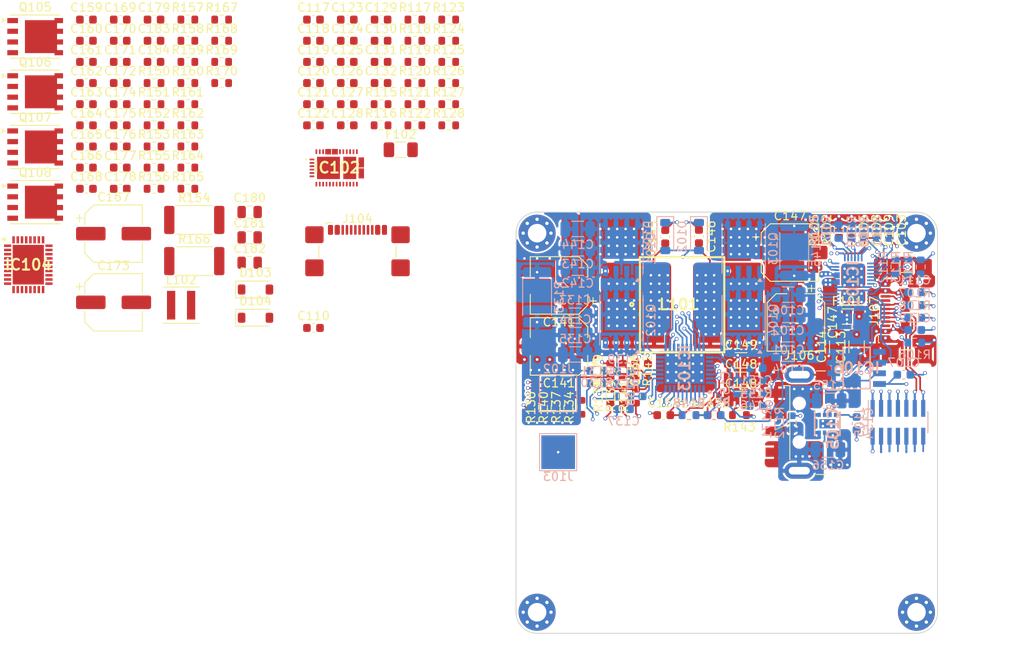
<source format=kicad_pcb>
(kicad_pcb (version 20240108) (generator "pcbnew") (generator_version "8.0")
  (layers (0 "F.Cu" signal) (1 "In1.Cu" power) (2 "In2.Cu" signal) (3 "In3.Cu" signal) (4 "In4.Cu" power) (31 "B.Cu" signal) (34 "B.Paste" user) (35 "F.Paste" user) (36 "B.SilkS" user "B.Silkscreen") (37 "F.SilkS" user "F.Silkscreen") (38 "B.Mask" user) (39 "F.Mask" user) (44 "Edge.Cuts" user))
  (net 0 "")
  (net 1 "/PD_Controller__port1/INPUT")
  (net 2 "Net-(IC101-VBUS)")
  (net 3 "/PD_Controller__port1/CC2")
  (net 4 "/PD_Controller__port1/CC1")
  (net 5 "/PD_Controller__port1/OUTPUT.USB_C")
  (net 6 "GND")
  (net 7 "+5V")
  (net 8 "+3.3V")
  (net 9 "Port1.DRV_SUP")
  (net 10 "Net-(IC103-SRN)")
  (net 11 "Net-(IC103-SRP)")
  (net 12 "Port1.REGN")
  (net 13 "Net-(Q101-D)")
  (net 14 "Net-(IC103-SW2)")
  (net 15 "Net-(D101-K)")
  (net 16 "Net-(IC103-SW1)")
  (net 17 "Net-(D102-K)")
  (net 18 "Net-(Q103-D)")
  (net 19 "Net-(IC103-ACN)")
  (net 20 "Net-(IC103-ACP)")
  (net 21 "Net-(IC103-ACOV)")
  (net 22 "Net-(IC103-ACUV)")
  (net 25 "Net-(IC103-HIDRV2)")
  (net 26 "Net-(IC103-LODRV2)")
  (net 27 "Net-(IC103-HIDRV1)")
  (net 28 "Net-(IC103-LODRV1)")
  (net 29 "Net-(IC101-ADCIN2)")
  (net 30 "Net-(IC101-ADCIN1)")
  (net 31 "Net-(IC101-GPIO0)")
  (net 32 "Net-(IC101-GPIO4{slash}USB_P{slash}LD1)")
  (net 33 "Net-(IC101-GPIO5{slash}USB_N{slash}LD2)")
  (net 34 "+1V5_LDO_1")
  (net 35 "+3.3V_LDO1")
  (net 36 "/PD_Controller__port1/Charger.I2C.SDA")
  (net 37 "/PD_Controller__port1/Charger.I2C.SCL")
  (net 38 "/PD_Controller__port1/Charger.I2C.IRQ")
  (net 39 "Net-(IC103-FB)")
  (net 40 "Net-(IC103-FBG)")
  (net 41 "/Power_stage_port1/Charger.Status1")
  (net 42 "/Power_stage_port1/Charger.Status2")
  (net 43 "/Power_stage_port1/Charger.PG")
  (net 44 "Net-(IC103-ILIM_HIZ)")
  (net 45 "Net-(IC103-ICHG)")
  (net 46 "+BATT")
  (net 47 "Net-(IC103-TS)")
  (net 48 "Net-(IC103-DRV_SUP)")
  (net 49 "Net-(IC103-FSW_SYNC)")
  (net 50 "Net-(IC101-DRAIN_1)")
  (net 54 "Net-(IC105-SS{slash}TR)")
  (net 57 "/Port1.I2C.SCL")
  (net 58 "/Port1.I2C.SDA")
  (net 59 "/Port1.I2C.IRQ")
  (net 60 "/Port2.I2C.SCL")
  (net 61 "/Port2.I2C.SDA")
  (net 62 "/Port2.I2C.IRQ")
  (net 63 "/Port1.Charger.EN")
  (net 64 "Net-(IC105-FB)")
  (net 65 "/Port2.D+")
  (net 66 "/Port2.D-")
  (net 67 "/Port1.D+")
  (net 68 "/Port1.D-")
  (net 69 "/Port2.Charger.EN")
  (net 70 "/PD_Controller_port2/INPUT")
  (net 71 "+1V5_LDO_2")
  (net 72 "+3.3V_LDO2")
  (net 73 "Net-(IC102-VBUS)")
  (net 74 "/PD_Controller_port2/CC2")
  (net 75 "/PD_Controller_port2/CC1")
  (net 76 "/PD_Controller_port2/OUTPUT.USB_C")
  (net 77 "Port2.DRV_SUP")
  (net 78 "Net-(IC104-SRN)")
  (net 79 "Net-(IC104-SRP)")
  (net 80 "Port2.REGN")
  (net 81 "Net-(Q105-D)")
  (net 82 "Net-(IC104-SW2)")
  (net 83 "Net-(D103-K)")
  (net 84 "Net-(IC104-SW1)")
  (net 85 "Net-(D104-K)")
  (net 86 "Net-(Q107-D)")
  (net 87 "Net-(IC104-ACN)")
  (net 88 "Net-(IC104-ACP)")
  (net 89 "Net-(IC104-ACOV)")
  (net 90 "Net-(IC104-ACUV)")
  (net 91 "Net-(IC102-GPIO0)")
  (net 92 "Net-(IC102-DRAIN_1)")
  (net 93 "Net-(IC102-GPIO4{slash}USB_P{slash}LD1)")
  (net 94 "Net-(IC102-GPIO5{slash}USB_N{slash}LD2)")
  (net 95 "/PD_Controller_port2/Charger.I2C.SCL")
  (net 96 "Net-(IC102-ADCIN2)")
  (net 97 "Net-(IC102-ADCIN1)")
  (net 98 "/PD_Controller_port2/Charger.I2C.SDA")
  (net 99 "/PD_Controller_port2/Charger.I2C.IRQ")
  (net 100 "Net-(IC104-LODRV2)")
  (net 101 "Net-(IC104-HIDRV2)")
  (net 102 "Net-(IC104-FSW_SYNC)")
  (net 103 "/Power_stage_port2/Charger.Status2")
  (net 104 "Net-(IC104-ICHG)")
  (net 105 "Net-(IC104-FBG)")
  (net 106 "Net-(IC104-HIDRV1)")
  (net 107 "Net-(IC104-FB)")
  (net 108 "/Power_stage_port2/Charger.Status1")
  (net 111 "Net-(IC104-ILIM_HIZ)")
  (net 113 "/Power_stage_port2/Charger.PG")
  (net 114 "Net-(IC104-LODRV1)")
  (net 115 "Net-(IC104-TS)")
  (net 116 "Net-(IC104-DRV_SUP)")
  (net 119 "+3.3V_LDO2\\")
  (footprint "Resistor_SMD:R_0603_1608Metric" (layer "F.Cu") (at 136.8 102.15 90)
    (property "Reference" "R105")
    (property "Value" "R_Small")
  )
  (footprint "Capacitor_SMD:C_0603_1608Metric" (layer "F.Cu") (at 79.985 89.7)
    (property "Reference" "C128")
    (property "Value" "330p")
  )
  (footprint "Connector_USB:USB_C_Receptacle_GCT_USB4110" (layer "F.Cu") (at 147.5 111.75 90)
    (property "Reference" "J107")
    (property "Value" "USB_C_Receptacle_USB2.0_16P")
  )
  (footprint "Resistor_SMD:R_0603_1608Metric" (layer "F.Cu") (at 106.2 123.175 90)
    (property "Reference" "R137")
    (property "Value" "R_Small")
  )
  (footprint "Resistor_SMD:R_0603_1608Metric" (layer "F.Cu") (at 61.075 94.72)
    (property "Reference" "R164")
    (property "Value" "R_Small")
  )
  (footprint "Connector_USB:USB_A_CNCTech_1001-011-01101_Horizontal" (layer "F.Cu") (at 140.5 125)
    (property "Reference" "J106")
    (property "Value" "USB_A")
  )
  (footprint "Capacitor_SMD:C_1206_3216Metric" (layer "F.Cu") (at 126.7 119.9)
    (property "Reference" "C148")
    (property "Value" "10u")
  )
  (footprint "Resistor_SMD:R_0603_1608Metric" (layer "F.Cu") (at 57.065 97.23)
    (property "Reference" "R156")
    (property "Value" "R_Small")
  )
  (footprint "Fuse:Fuse_1206_3216Metric" (layer "F.Cu") (at 86.325 92.6)
    (property "Reference" "F102")
    (property "Value" "5A")
  )
  (footprint "Resistor_SMD:R_0603_1608Metric" (layer "F.Cu") (at 57.065 87.19)
    (property "Reference" "R151")
    (property "Value" "R_Small")
  )
  (footprint "Fuse:Fuse_1206_3216Metric" (layer "F.Cu") (at 139.3 112.4)
    (property "Reference" "F101")
    (property "Value" "5A")
  )
  (footprint "Capacitor_SMD:C_0603_1608Metric" (layer "F.Cu") (at 83.995 77.15)
    (property "Reference" "C129")
    (property "Value" "100n")
  )
  (footprint "Capacitor_SMD:C_0603_1608Metric" (layer "F.Cu") (at 115.65 118.775 90)
    (property "Reference" "C140")
    (property "Value" "4.7u")
  )
  (footprint "Capacitor_SMD:C_0603_1608Metric" (layer "F.Cu") (at 57.065 82.17)
    (property "Reference" "C184")
    (property "Value" "100n")
  )
  (footprint "Capacitor_SMD:C_0603_1608Metric" (layer "F.Cu") (at 83.995 82.17)
    (property "Reference" "C131")
    (property "Value" "100n")
  )
  (footprint "Capacitor_SMD:C_0603_1608Metric" (layer "F.Cu") (at 117.7 102.925 90)
    (property "Reference" "C145")
    (property "Value" "xxx")
  )
  (footprint "Resistor_SMD:R_0603_1608Metric" (layer "F.Cu") (at 57.065 84.68)
    (property "Reference" "R150")
    (property "Value" "0R")
  )
  (footprint "Capacitor_SMD:CP_Elec_6.3x7.7" (layer "F.Cu") (at 105.1 115.95 180)
    (property "Reference" "C141")
    (property "Value" "100u")
  )
  (footprint "Capacitor_SMD:C_0603_1608Metric" (layer "F.Cu") (at 53.055 79.66)
    (property "Reference" "C170")
    (property "Value" "100n")
  )
  (footprint "Capacitor_SMD:C_0603_1608Metric" (layer "F.Cu") (at 75.975 77.15)
    (property "Reference" "C117")
    (property "Value" "10u")
  )
  (footprint "Resistor_SMD:R_0603_1608Metric" (layer "F.Cu") (at 138.3 102.15 90)
    (property "Reference" "R102")
    (property "Value" "R_Small")
  )
  (footprint "Resistor_SMD:R_0603_1608Metric" (layer "F.Cu") (at 83.995 87.19)
    (property "Reference" "R115")
    (property "Value" "R_Small")
  )
  (footprint "Capacitor_SMD:C_0603_1608Metric" (layer "F.Cu") (at 75.975 87.19)
    (property "Reference" "C121")
    (property "Value" "10u")
  )
  (footprint "Resistor_SMD:R_0603_1608Metric" (layer "F.Cu") (at 61.075 97.23)
    (property "Reference" "R165")
    (property "Value" "10R")
  )
  (footprint "Capacitor_SMD:C_0603_1608Metric" (layer "F.Cu") (at 117.525 124.1)
    (property "Reference" "C157")
    (property "Value" "100n")
  )
  (footprint "Capacitor_SMD:C_0805_2012Metric" (layer "F.Cu") (at 68.405 103)
    (property "Reference" "C181")
    (property "Value" "1u")
  )
  (footprint "Capacitor_SMD:C_1206_3216Metric" (layer "F.Cu") (at 126.7 122.2)
    (property "Reference" "C148")
    (property "Value" "10u")
  )
  (footprint "Resistor_SMD:R_0603_1608Metric" (layer "F.Cu") (at 65.085 84.68)
    (property "Reference" "R170")
    (property "Value" "R_Small")
  )
  (footprint "Resistor_SMD:R_0603_1608Metric" (layer "F.Cu") (at 92.015 87.19)
    (property "Reference" "R127")
    (property "Value" "10k")
  )
  (footprint "Capacitor_SMD:CP_Elec_6.3x7.7" (layer "F.Cu") (at 133.2 113.1 -90)
    (property "Reference" "C147")
    (property "Value" "100u")
  )
  (footprint "Capacitor_SMD:C_0603_1608Metric" (layer "F.Cu") (at 83.995 84.68)
    (property "Reference" "C132")
    (property "Value" "100n")
  )
  (footprint "Resistor_SMD:R_0603_1608Metric" (layer "F.Cu") (at 88.005 87.19)
    (property "Reference" "R121")
    (property "Value" "0R")
  )
  (footprint "Capacitor_SMD:C_0603_1608Metric" (layer "F.Cu") (at 53.055 97.23)
    (property "Reference" "C178")
    (property "Value" "470n")
  )
  (footprint "Resistor_SMD:R_0603_1608Metric" (layer "F.Cu") (at 61.075 77.15)
    (property "Reference" "R157")
    (property "Value" "R_Small")
  )
  (footprint "Resistor_SMD:R_0603_1608Metric" (layer "F.Cu") (at 114.16 118.775 -90)
    (property "Reference" "R142")
    (property "Value" "0R")
  )
  (footprint "Capacitor_SMD:C_0603_1608Metric" (layer "F.Cu") (at 53.055 89.7)
    (property "Reference" "C175")
    (property "Value" "1u")
  )
  (footprint "Capacitor_SMD:CP_Elec_6.3x7.7" (layer "F.Cu") (at 105.1 108.7 180)
    (property "Reference" "C141")
    (property "Value" "100u")
  )
  (footprint "Capacitor_SMD:C_0603_1608Metric" (layer "F.Cu") (at 53.055 87.19)
    (property "Reference" "C174")
    (property "Value" "10u")
  )
  (footprint "Capacitor_SMD:C_0603_1608Metric" (layer "F.Cu") (at 123.5 124.1)
    (property "Reference" "C158")
    (property "Value" "100n")
  )
  (footprint "Resistor_SMD:R_0603_1608Metric" (layer "F.Cu") (at 88.005 89.7)
    (property "Reference" "R122")
    (property "Value" "0R")
  )
  (footprint "Resistor_SMD:R_0603_1608Metric" (layer "F.Cu") (at 61.075 79.66)
    (property "Reference" "R158")
    (property "Value" "R_Small")
  )
  (footprint "Resistor_SMD:R_0603_1608Metric" (layer "F.Cu") (at 92.015 77.15)
    (property "Reference" "R123")
    (property "Value" "10k")
  )
  (footprint "Resistor_SMD:R_0603_1608Metric" (layer "F.Cu") (at 103.2 123.175 90)
    (property "Reference" "R136")
    (property "Value" "R_Small")
  )
  (footprint "Resistor_SMD:R_0603_1608Metric" (layer "F.Cu") (at 126.5 124.1 180)
    (property "Reference" "R143")
    (property "Value" "R_Small")
  )
  (footprint "Resistor_SMD:R_0603_1608Metric" (layer "F.Cu") (at 120.525 124.1)
    (property "Reference" "R149")
    (property "Value" "R_Small")
  )
  (footprint "Capacitor_SMD:C_1206_3216Metric" (layer "F.Cu") (at 138.1 116 90)
    (property "Reference" "C114")
    (property "Value" "100n")
  )
  (footprint "Capacitor_SMD:C_0603_1608Metric" (layer "F.Cu") (at 121.7 102.9 -90)
    (property "Reference" "C146")
    (property "Value" "xxx")
  )
  (footprint "Resistor_SMD:R_0603_1608Metric" (layer "F.Cu") (at 57.065 92.21)
    (property "Reference" "R153")
    (property "Value" "R_Small")
  )
  (footprint "Capacitor_SMD:C_0603_1608Metric" (layer "F.Cu") (at 49.045 84.68)
    (property "Reference" "C162")
    (property "Value" "4.7u")
  )
  (footprint "Capacitor_SMD:C_0603_1608Metric" (layer "F.Cu") (at 53.055 94.72)
    (property "Reference" "C177")
    (property "Value" "100n")
  )
  (footprint "Package_SO:PowerPAK_SO-8_Single" (layer "F.Cu") (at 42.965 85.72)
    (property "Reference" "Q106")
    (property "Value" "SiR122LDP")
  )
  (footprint "Capacitor_SMD:C_0603_1608Metric" (layer "F.Cu") (at 83.995 79.66)
    (property "Reference" "C130")
    (property "Value" "100n")
  )
  (footprint "Capacitor_SMD:C_0603_1608Metric" (layer "F.Cu") (at 79.985 79.66)
    (property "Reference" "C124")
    (property "Value" "10u")
  )
  (footprint "Capacitor_SMD:C_0603_1608Metric" (layer "F.Cu") (at 75.975 84.68)
    (property "Reference" "C120")
    (property "Value" "10u")
  )
  (footprint "Capacitor_SMD:C_0603_1608Metric" (layer "F.Cu") (at 79.985 77.15)
    (property "Reference" "C123")
    (property "Value" "100n")
  )
  (footprint "Resistor_SMD:R_0603_1608Metric" (layer "F.Cu") (at 111.2 118.775 90)
    (property "Reference" "R129")
    (property "Value" "0R")
  )
  (footprint "Capacitor_SMD:C_0603_1608Metric" (layer "F.Cu") (at 57.065 79.66)
    (property "Reference" "C183")
    (property "Value" "100n")
  )
  (footprint "Resistor_SMD:R_0603_1608Metric" (layer "F.Cu") (at 61.075 89.7)
    (property "Reference" "R162")
    (property "Value" "10k")
  )
  (footprint "Capacitor_SMD:C_0603_1608Metric" (layer "F.Cu") (at 49.045 79.66)
    (property "Reference" "C160")
    (property "Value" "1u")
  )
  (footprint "SamacSys_Parts:QFN50P500X600X100-37N-D" (layer "F.Cu") (at 42.15 106.245)
    (property "Reference" "IC104")
    (property "Value" "BQ25756RRVR" (hide yes))
  )
  (footprint "Capacitor_SMD:CP_Elec_6.3x7.7" (layer "F.Cu") (at 52.265 102.56)
    (property "Reference" "C167")
    (property "Value" "100u")
  )
  (footprint "Resistor_SMD:R_0603_1608Metric" (layer "F.Cu") (at 114.22 121.85 90)
    (property "Reference" "R141")
    (property "Value" "10k")
  )
  (footprint "Resistor_SMD:R_0603_1608Metric" (layer "F.Cu") (at 65.085 82.17)
    (property "Reference" "R169")
    (property "Value" "xxx")
  )
  (footprint "Resistor_SMD:R_0603_1608Metric" (layer "F.Cu") (at 83.995 89.7)
    (property "Reference" "R116")
    (property "Value" "R_Small")
  )
  (footprint "MountingHole:MountingHole_2.2mm_M2_Pad_Via" (layer "F.Cu") (at 147.5 147.5)
    (property "Reference" "REF**" (hide yes))
    (property "Value" "MountingHole_2.2mm_M2_Pad_Via")
  )
  (footprint "Capacitor_SMD:C_0603_1608Metric" (layer "F.Cu") (at 53.055 82.17)
    (property "Reference" "C171")
    (property "Value" "xxx")
  )
  (footprint "Resistor_SMD:R_0603_1608Metric" (layer "F.Cu") (at 88.005 79.66)
    (property "Reference" "R118")
    (property "Value" "R_Small")
  )
  (footprint "Diode_SMD:D_SOD-123" (layer "F.Cu") (at 69.1 109.19)
    (property "Reference" "D103")
    (property "Value" "D_Small")
  )
  (footprint "Capacitor_SMD:C_0603_1608Metric" (layer "F.Cu") (at 142.8 102.15 -90)
    (property "Reference" "C109")
    (property "Value" "100n")
  )
  (footprint "Capacitor_SMD:C_0603_1608Metric" (layer "F.Cu") (at 79.985 87.19)
    (property "Reference" "C127")
    (property "Value" "330p")
  )
  (footprint "Resistor_SMD:R_0603_1608Metric" (layer "F.Cu") (at 88.005 84.68)
    (property "Reference" "R120")
    (property "Value" "0R")
  )
  (footprint "Resistor_SMD:R_0603_1608Metric" (layer "F.Cu") (at 92.015 82.17)
    (property "Reference" "R125")
    (property "Value" "10k")
  )
  (footprint "Capacitor_SMD:C_0603_1608Metric" (layer "F.Cu") (at 75.975 89.7)
    (property "Reference" "C122")
    (property "Value" "10u")
  )
  (footprint "Capacitor_SMD:C_0603_1608Metric" (layer "F.Cu") (at 144.3 102.15 -90)
    (property "Reference" "C103")
    (property "Value" "10u")
  )
  (footprint "Resistor_SMD:R_0603_1608Metric" (layer "F.Cu") (at 88.005 77.15)
    (property "Reference" "R117")
    (property "Value" "10R")
  )
  (footprint "Capacitor_SMD:C_0603_1608Metric" (layer "F.Cu") (at 49.045 94.72)
    (property "Reference" "C166")
    (property "Value" "4.7u")
  )
  (footprint "MountingHole:MountingHole_2.2mm_M2_Pad_Via" (layer "F.Cu") (at 102.5 102.5)
    (property "Reference" "REF**" (hide yes))
    (property "Value" "MountingHole_2.2mm_M2_Pad_Via")
  )
  (footprint "MountingHole:MountingHole_2.2mm_M2_Pad_Via" (layer "F.Cu") (at 102.5 147.5)
    (property "Reference" "REF**" (hide yes))
    (property "Value" "MountingHole_2.2mm_M2_Pad_Via")
  )
  (footprint "Capacitor_SMD:C_0603_1608Metric" (layer "F.Cu") (at 79.985 82.17)
    (property "Reference" "C125")
    (property "Value" "100n")
  )
  (footprint "Resistor_SMD:R_0603_1608Metric" (layer "F.Cu") (at 65.085 79.66)
    (property "Reference" "R168")
    (property "Value" "R_Small")
  )
  (footprint "Resistor_SMD:R_0603_1608Metric" (layer "F.Cu") (at 104.7 123.175 90)
    (property "Reference" "R140")
    (property "Value" "R_Small")
  )
  (footprint "Resistor_SMD:R_0603_1608Metric" (layer "F.Cu") (at 61.075 92.21)
    (property "Reference" "R163")
    (property "Value" "0R")
  )
  (footprint "Capacitor_SMD:C_0603_1608Metric" (layer "F.Cu") (at 112.66 118.775 -90)
    (property "Reference" "C136")
    (property "Value" "4.7u")
  )
  (footprint "Capacitor_SMD:C_0603_1608Metric" (layer "F.Cu") (at 141.3 102.15 -90)
    (property "Reference" "C108")
    (property "Value" "10u")
  )
  (footprint "Capacitor_SMD:C_0603_1608Metric" (layer "F.Cu") (at 49.045 92.21)
    (property "Reference" "C165")
    (property "Value" "100n")
  )
  (footprint "Resistor_SMD:R_0603_1608Metric" (layer "F.Cu") (at 61.075 84.68)
    (property "Reference" "R160")
    (property "Value" "R_Small")
  )
  (footprint "MountingHole:MountingHole_2.2mm_M2_Pad_Via" (layer "F.Cu") (at 147.5 102.5)
    (property "Reference" "REF**" (hide yes))
    (property "Value" "MountingHole_2.2mm_M2_Pad_Via")
  )
  (footprint "Capacitor_SMD:C_0603_1608Metric" (layer "F.Cu") (at 49.045 77.15)
    (property "Reference" "C159")
    (property "Value" "10u")
  )
  (footprint "Package_SO:PowerPAK_SO-8_Single" (layer "F.Cu") (at 42.965 79.17)
    (property "Reference" "Q105")
    (property "Value" "SiR122LDP")
  )
  (footprint "Diode_SMD:D_SOD-123" (layer "F.Cu") (at 69.1 112.54)
    (property "Reference" "D104")
    (property "Value" "D_Small")
  )
  (footprint "Resistor_SMD:R_0603_1608Metric" (layer "F.Cu") (at 92.015 84.68)
    (property "Reference" "R126")
    (property "Value" "10k")
  )
  (footprint "Capacitor_SMD:C_0603_1608Metric" (layer "F.Cu") (at 49.045 89.7)
    (property "Reference" "C164")
    (property "Value" "470n")
  )
  (footprint "Resistor_SMD:R_0603_1608Metric" (layer "F.Cu") (at 92.015 89.7)
    (property "Reference" "R128")
    (property "Value" "10k")
  )
  (footprint "Resistor_SMD:R_2512_6332Metric" (layer "F.Cu") (at 61.835 100.93)
    (property "Reference" "R154")
    (property "Value" "5m")
  )
  (footprint "Resistor_SMD:R_0603_1608Metric" (layer "F.Cu") (at 88.005 82.17)
    (property "Reference" "R119")
    (property "Value" "R_Small")
  )
  (footprint "Capacitor_SMD:C_0603_1608Metric" (layer "F.Cu") (at 53.055 84.68)
    (property "Reference" "C172")
    (property "Value" "xxx")
  )
  (footprint "Package_SO:PowerPAK_SO-8_Single" (layer "F.Cu") (at 42.965 98.82)
    (property "Reference" "Q108")
    (property "Value" "SiR122LDP")
  )
  (footprint "Capacitor_SMD:C_0603_1608Metric" (layer "F.Cu") (at 79.985 84.68)
    (property "Reference" "C126")
    (property "Value" "4.7u")
  )
  (footprint "Resistor_SMD:R_0603_1608Metric" (layer "F.Cu") (at 112.7 121.85 90)
    (property "Reference" "R139")
    (property "Value" "R_Small")
  )
  (footprint "Capacitor_SMD:C_0603_1608Metric" (layer "F.Cu") (at 49.045 97.23)
    (property "Reference" "C168")
    (property "Value" "10u")
  )
  (footprint "Resistor_SMD:R_0603_1608Metric" (layer "F.Cu") (at 111.2 121.85 90)
    (property "Reference" "R138")
    (property "Value" "R_Small")
  )
  (footprint "Capacitor_SMD:C_0603_1608Metric" (layer "F.Cu") (at 75.975 79.66)
    (property "Reference" "C118")
    (property "Value" "10u")
  )
  (footprint "Resistor_SMD:R_0603_1608Metric" (layer "F.Cu") (at 107.75 123.175 90)
    (property "Reference" "R134")
    (property "Value" "R_Small")
  )
  (footprint "Connector_USB:USB_C_Receptacle_GCT_USB4110" (layer "F.Cu") (at 81.195 105.79)
    (property "Reference" "J104")
    (property "Value" "USB_C_Receptacle_USB2.0_16P")
  )
  (footprint "Resistor_SMD:R_0603_1608Metric" (layer "F.Cu") (at 92.015 79.66)
    (property "Reference" "R124")
    (property "Value" "10k")
  )
  (footprint "Capacitor_SMD:C_1206_3216Metric" (layer "F.Cu") (at 140.4 116 90)
    (property "Reference" "C113")
    (property "Value" "100n")
  )
  (footprint "Capacitor_SMD:C_0603_1608Metric" (layer "F.Cu") (at 75.975 82.17)
    (property "Reference" "C119")
    (property "Value" "10u")
  )
  (footprint "Resistor_SMD:R_0603_1608Metric" (layer "F.Cu") (at 61.075 82.17)
    (property "Reference" "R159")
    (property "Value" "R_Small")
  )
  (footprint "Resistor_SMD:R_0603_1608Metric" (layer "F.Cu") (at 57.065 89.7)
    (property "Reference" "R152")
    (property "Value" "R_Small")
  )
  (footprint "Resistor_SMD:R_0603_1608Metric" (layer "F.Cu") (at 65.085 77.15)
    (property "Reference" "R167")
    (property "Value" "10R")
  )
  (footprint "Capacitor_SMD:CP_Elec_6.3x7.7" (layer "F.Cu") (at 132.5 104.8)
    (property "Reference" "C147")
    (property "Value" "100u")
  )
  (footprint "Capacitor_SMD:C_0603_1608Metric" (layer "F.Cu") (at 49.045 82.17)
    (property "Reference" "C161")
    (property "Value" "100n")
  )
  (footprint "Inductor_SMD:L_Coilcraft_XxL4040" (layer "F.Cu") (at 60.275 111.05)
    (property "Reference" "L102")
    (property "Value" "10u")
  )
  (footprint "Package_SO:PowerPAK_SO-8_Single" (layer "F.Cu") (at 42.965 92.27)
    (property "Reference" "Q107")
    (property "Value" "SiR122LDP")
  )
  (footprint "Capacitor_SMD:C_0603_1608Metric" (layer "F.Cu") (at 53.055 92.21)
    (property "Reference" "C176")
    (property "Value" "100n")
  )
  (footprint "Capacitor_SMD:C_0805_2012Metric" (layer "F.Cu") (at 68.405 99.99)
    (property "Reference" "C180")
    (property "Value" "10u")
  )
  (footprint "Resistor_SMD:R_0603_1608Metric" (layer "F.Cu") (at 61.075 87.19)
    (property "Reference" "R161")
    (property "Value" "R_Small")
  )
  (footprint "Capacitor_SMD:C_0603_1608Metric" (layer "F.Cu") (at 53.055 77.15)
    (property "Reference" "C169")
    (property "Value" "1u")
  )
  (footprint "Capacitor_SMD:C_0805_2012Metric" (layer "F.Cu") (at 68.405 106.01)
    (property "Reference" "C182")
    (property "Value" "100n")
  )
  (footprint "Capacitor_SMD:C_1206_3216Metric" (layer "F.Cu") (at 126.7 117.6)
    (property "Reference" "C149")
    (property "Value" "1u")
  )
  (footprint "Resistor_SMD:R_2512_6332Metric" (layer "F.Cu") (at 61.835 105.82)
    (property "Reference" "R166")
    (property "Value" "5m")
  )
  (footprint "Capacitor_SMD:C_0603_1608Metric" (layer "F.Cu") (at 57.065 77.15)
    (property "Reference" "C179")
    (property "Value" "100n")
  )
  (footprint "Capacitor_SMD:C_0603_1608Metric" (layer "F.Cu") (at 139.8 102.15 -90)
    (property "Reference" "C105")
    (property "Value" "10u")
  )
  (footprint "SamacSys_Parts:TPS25751DREFR" (layer "F.Cu") (at 78.72 94.755)
    (property "Reference" "IC102")
    (property "Value" "TPS25751DREFR" (hide yes))
  )
  (footprint "SamacSys_Parts:XAL1010" (layer "F.Cu") (at 119.7 111)
    (property "Reference" "L101")
    (property "Value" "10u" (hide yes))
  )
  (footprint "Capacitor_SMD:C_0603_1608Metric" (layer "F.Cu") (at 49.045 87.19)
    (property "Reference" "C163")
    (property "Value" "100n")
  )
  (footprint "Capacitor_SMD:CP_Elec_6.3x7.7" (layer "F.Cu") (at 52.265 110.71)
    (property "Reference" "C173")
    (property "Value" "100u")
  )
  (footprint "Resistor_SMD:R_0603_1608Metric" (layer "F.Cu") (at 57.065 94.72)
    (property "Reference" "R155")
    (property "Value" "R_Small")
  )
  (footprint "Capacitor_SMD:C_0603_1608Metric" (layer "F.Cu") (at 75.975 113.75)
    (property "Reference" "C110")
    (property "Value" "4.7u")
  )
  (footprint "Capacitor_SMD:C_1206_3216Metric" (layer "B.Cu") (at 107 112.3 180)
    (property "Reference" "C133")
    (property "Value" "10u")
  )
  (footprint "Resistor_SMD:R_0603_1608Metric" (layer "B.Cu") (at 147.3 111.04 180)
    (property "Reference" "R107")
    (property "Value" "0R")
  )
  (footprint "Capacitor_SMD:C_0603_1608Metric" (layer "B.Cu") (at 126.25 120.75 -90)
    (property "Reference" "C152")
    (property "Value" "470n")
  )
  (footprint "Capacitor_SMD:C_0603_1608Metric" (layer "B.Cu") (at 128.5 123 180)
    (property "Reference" "C153")
    (property "Value" "100n")
  )
  (footprint "Resistor_SMD:R_0603_1608Metric" (layer "B.Cu") (at 123.5 124.1 180)
    (property "Reference" "R147")
    (property "Value" "R_Small")
  )
  (footprint "Resistor_SMD:R_2512_6332Metric" (layer "B.Cu") (at 133 104.6 90)
    (property "Reference" "R145")
    (property "Value" "5m")
  )
  (footprint "SamacSys_Parts:QFN50P500X600X100-37N-D" (layer "B.Cu") (at 120 118.5 90)
    (property "Reference" "IC103")
    (property "Value" "BQ25756RRVR" (hide yes))
  )
  (footprint "Capacitor_SMD:C_1206_3216Metric" (layer "B.Cu") (at 107.025 114.6 180)
    (property "Reference" "C134")
    (property "Value" "1u")
  )
  (footprint "Resistor_SMD:R_0603_1608Metric" (layer "B.Cu") (at 147.3 112.54 180)
    (property "Reference" "R108")
    (property "Value" "0R")
  )
  (footprint "Capacitor_SMD:C_0603_1608Metric" (layer "B.Cu") (at 128.5 118.54)
    (property "Reference" "C151")
    (property "Value" "100n")
  )
  (footprint "SamacSys_Parts:TPS25751DREFR" (layer "B.Cu") (at 140 108.5 -90)
    (property "Reference" "IC101")
    (property "Value" "TPS25751DREFR" (hide yes))
  )
  (footprint "Diode_SMD:D_SOD-123" (layer "B.Cu") (at 121.7 102.9 -90)
    (property "Reference" "D102")
    (property "Value" "D_Small")
  )
  (footprint "Resistor_SMD:R_0603_1608Metric" (layer "B.Cu") (at 109.575 118.825)
    (property "Reference" "R130")
    (property "Value" "R_Small")
  )
  (footprint "Capacitor_SMD:C_0603_1608Metric" (layer "B.Cu") (at 140.4 125.1 90)
    (property "Reference" "C154")
    (property "Value" "4.7u")
  )
  (footprint "Resistor_SMD:R_0603_1608Metric" (layer "B.Cu") (at 147.3 115.5)
    (property "Reference" "R106")
    (property "Value" "0R")
  )
  (footprint "Capacitor_SMD:C_1206_3216Metric" (layer "B.Cu") (at 132.3 114.5)
    (property "Reference" "C101")
    (property "Value" "10u")
  )
  (footprint "Capacitor_SMD:C_0603_1608Metric" (layer "B.Cu") (at 147.3 109.5 180)
    (property "Reference" "C111")
    (property "Value" "330p")
  )
  (footprint "Resistor_SMD:R_0603_1608Metric" (layer "B.Cu") (at 138.25 102.3 -90)
    (property "Reference" "R101")
    (property "Value" "R_Small")
  )
  (footprint "Diode_SMD:D_SOD-123" (layer "B.Cu") (at 117.7 102.9 -90)
    (property "Reference" "D101")
    (property "Value" "D_Small")
  )
  (footprint "Resistor_SMD:R_0603_1608Metric" (layer "B.Cu") (at 112.75 120.39 180)
    (property "Reference" "R135")
    (property "Value" "R_Small")
  )
  (footprint "TestPoint:TestPoint_Pad_4.0x4.0mm" (layer "B.Cu") (at 105 121.5 180)
    (property "Reference" "J102")
    (property "Value" "Conn_01x01_Socket")
  )
  (footprint "Package_SO:PowerPAK_SO-8_Single" (layer "B.Cu") (at 127.005 104.33 90)
    (property "Reference" "Q103")
    (property "Value" "SiR122LDP")
  )
  (footprint "Capacitor_SMD:C_0603_1608Metric" (layer "B.Cu") (at 146 119.3 180)
    (property "Reference" "C107")
    (property "Value" "100n")
  )
  (footprint "Capacitor_SMD:C_0603_1608Metric" (layer "B.Cu") (at 115 121.1 -90)
    (property "Reference" "C138")
    (property "Value" "470n")
  )
  (footprint "SamacSys_Parts:SOIC127P600X175-8N" (layer "B.Cu") (at 140.4 118.5)
    (property "Reference" "IC106")
    (property "Value" "CAT24C512WI-GT3" (hide yes))
  )
  (footprint "Resistor_SMD:R_0603_1608Metric" (layer "B.Cu") (at 136.79 102.3 -90)
    (property "Reference" "R104")
    (property "Value" "R_Small")
  )
  (footprint "Resistor_SMD:R_0603_1608Metric" (layer "B.Cu") (at 112.75 121.89 180)
    (property "Reference" "R132")
    (property "Value" "R_Small")
  )
  (footprint "Connector_PinHeader_1.00mm:PinHeader_2x07_P1.00mm_Vertical_SMD" (layer "B.Cu") (at 145.3 124.95 -90)
    (property "Reference" "J105")
    (property "Value" "Conn_01x14_Socket")
  )
  (footprint "Resistor_SMD:R_0603_1608Metric" (layer "B.Cu") (at 141.26 102.3 -90)
    (property "Reference" "R109")
    (property "Value" "10k")
  )
  (footprint "Capacitor_SMD:C_0603_1608Metric" (layer "B.Cu") (at 112.75 123.39)
    (property "Reference" "C137")
    (property "Value" "100n")
  )
  (footprint "Resistor_SMD:R_0603_1608Metric" (layer "B.Cu") (at 144.26 102.3 -90)
    (property "Reference" "R111")
    (property "Value" "10k")
  )
  (footprint "Package_SO:PowerPAK_SO-8_Single" (layer "B.Cu") (at 112.505 112.83 90)
    (property "Reference" "Q102")
    (property "Value" "SiR122LDP")
  )
  (footprint "Resistor_SMD:R_0603_1608Metric" (layer "B.Cu") (at 128.5 120)
    (property "Reference" "R144")
    (property "Value" "10R")
  )
  (footprint "Resistor_SMD:R_0603_1608Metric" (layer "B.Cu") (at 139.79 102.3 90)
    (property "Reference" "R103")
    (property "Value" "10R")
  )
  (footprint "Resistor_SMD:R_0603_1608Metric" (layer "B.Cu") (at 145 106.5 -90)
    (property "Reference" "R112")
    (property "Value" "10k")
  )
  (footprint "SamacSys_Parts:SIL0008D" (layer "B.Cu") (at 136.925 125.125 90)
    (property "Reference" "IC105")
    (property "Value" "TPS82150SILT" (hide yes))
  )
  (footprint "Capacitor_SMD:C_1206_3216Metric" (layer "B.Cu") (at 132.3 116.8)
    (property "Reference" "C104")
    (property "Value" "10u")
  )
  (footprint "Resistor_SMD:R_0603_1608Metric" (layer "B.Cu") (at 120.525 124.1 180)
    (property "Reference" "R148")
    (property "Value" "xxx")
  )
  (footprint "Capacitor_SMD:C_0603_1608Metric" (layer "B.Cu") (at 112.75 118.89 180)
    (property "Reference" "C139")
    (property "Value" "100n")
  )
  (footprint "Resistor_SMD:R_0603_1608Metric" (layer "B.Cu") (at 148 106.5 -90)
    (property "Reference" "R114")
    (property "Value" "10k")
  )
  (footprint "Capacitor_SMD:C_0603_1608Metric" (layer "B.Cu") (at 147.3 114 180)
    (property "Reference" "C112")
    (property "Value" "330p")
  )
  (footprint "TestPoint:TestPoint_Pad_4.0x4.0mm" (layer "B.Cu") (at 105 128.5)
    (property "Reference" "J103")
    (property "Value" "Conn_01x01_Socket")
  )
  (footprint "Resistor_SMD:R_0603_1608Metric" (layer "B.Cu") (at 128.5 121.5)
    (property "Reference" "R146")
    (property "Value" "10R")
  )
  (footprint "Capacitor_SMD:C_1206_3216Metric" (layer "B.Cu") (at 132.3 112.2)
    (property "Reference" "C102")
    (property "Value" "10u")
  )
  (footprint "Resistor_SMD:R_0603_1608Metric" (layer "B.Cu") (at 131.2 125 -90)
    (property "Reference" "R171")
    (property "Value" "R_Small")
  )
  (footprint "Capacitor_SMD:C_1206_3216Metric" (layer "B.Cu") (at 137 128.2)
    (property "Reference" "C156")
    (property "Value" "10u")
  )
  (footprint "Capacitor_SMD:C_1206_3216Metric" (layer "B.Cu") (at 107.325 104.3)
    (property "Reference" "C143")
    (property "Value" "1u")
  )
  (footprint "Resistor_SMD:R_0603_1608Metric" (layer "B.Cu") (at 109.575 120.325 180)
    (property "Reference" "R131")
    (property "Value" "R_Small")
  )
  (footprint "Resistor_SMD:R_0603_1608Metric" (layer "B.Cu") (at 132.7 125 -90)
    (property "Reference" "R172")
    (property "Value" "R_Small")
  )
  (footprint "Capacitor_SMD:C_1206_3216Metric" (layer "B.Cu") (at 107.325 102)
    (property "Reference" "C144")
    (property "Value" "100n")
  )
  (footprint "Capacitor_SMD:C_1206_3216Metric" (layer "B.Cu") (at 137.15 122.4 180)
    (property "Reference" "C155")
    (property "Value" "22u")
  )
  (footprint "Capacitor_SMD:C_1206_3216Metric" (layer "B.Cu") (at 107.325 106.6)
    (property "Reference" "C142")
    (property "Value" "10u")
  )
  (footprint "Resistor_SMD:R_0603_1608Metric" (layer "B.Cu") (at 142.76 102.3 -90)
    (property "Reference" "R110")
    (property "Value" "10k")
  )
  (footprint "Resistor_SMD:R_2512_6332Metric" (layer "B.Cu") (at 102.5 110.1 90)
    (property "Reference" "R133")
    (property "Value" "5m")
  )
  (footprint "Capacitor_SMD:C_1206_3216Metric" (layer "B.Cu") (at 107.025 116.9 180)
    (property "Reference" "C135")
    (property "Value" "100n")
  )
  (footprint "Package_SO:PowerPAK_SO-8_Single" (layer "B.Cu") (at 112.505 104.33 90)
    (property "Reference" "Q101")
    (property "Value" "SiR122LDP")
  )
  (footprint "Package_SO:PowerPAK_SO-8_Single" (layer "B.Cu") (at 127.005 112.83 90)
    (property "Reference" "Q104")
    (property "Value" "SiR122LDP")
  )
  (footprint "Resistor_SMD:R_0603_1608Metric" (layer "B.Cu") (at 146.5 106.5 -90)
    (property "Reference" "R113")
    (property "Value" "10k")
  )
  (footprint "Capacitor_SMD:C_1206_3216Metric" (layer "B.Cu") (at 132.3 109.8)
    (property "Reference" "C106")
    (property "Value" "10u")
  )
  (gr_arc (start 100 102.5) (mid 100.732233 100.732233) (end 102.5 100) (stroke (width 0.1)) (layer "Edge.Cuts"))
  (gr_line (start 147.5 100) (end 102.5 100) (stroke (width 0.1)) (layer "Edge.Cuts"))
  (gr_arc (start 102.5 150) (mid 100.732233 149.267767) (end 100 147.5) (stroke (width 0.1)) (layer "Edge.Cuts"))
  (gr_line (start 100 102.5) (end 100 147.5) (stroke (width 0.1)) (layer "Edge.Cuts"))
  (gr_arc (start 150 147.5) (mid 149.267767 149.267767) (end 147.5 150) (stroke (width 0.1)) (layer "Edge.Cuts"))
  (gr_line (start 150 147.5) (end 150 102.5) (stroke (width 0.1)) (layer "Edge.Cuts"))
  (gr_line (start 102.5 150) (end 147.5 150) (stroke (width 0.1)) (layer "Edge.Cuts"))
  (gr_arc (start 147.5 100) (mid 149.267767 100.732233) (end 150 102.5) (stroke (width 0.1)) (layer "Edge.Cuts"))
  (via (at 123.9 118.25) (size 0.45) (drill 0.3) (layers "F.Cu" "B.Cu") (net 1))
  (via (at 130.3 120.4) (size 0.45) (drill 0.3) (layers "F.Cu" "B.Cu") (net 1))
  (via (at 133 107.5625) (size 0.45) (drill 0.3) (layers "F.Cu" "B.Cu") (net 1))
  (segment (start 123.4 118.75) (end 122.95 118.75) (width 0.2) (layer "B.Cu") (net 1))
  (segment (start 123.9 118.25) (end 122.95 118.25) (width 0.2) (layer "B.Cu") (net 1))
  (segment (start 131.1 118.8) (end 133.1 116.8) (width 0.2) (layer "B.Cu") (net 1))
  (segment (start 133.1 116.8) (end 133.775 116.8) (width 0.2) (layer "B.Cu") (net 1))
  (segment (start 131.6 122.3) (end 131.6 120.1) (width 0.2) (layer "B.Cu") (net 1))
  (segment (start 130.2 124.6) (end 130.2 123.7) (width 0.2) (layer "B.Cu") (net 1))
  (segment (start 130.3 121.3) (end 130.3 120.4) (width 0.2) (layer "B.Cu") (net 1))
  (segment (start 130.3 120.4) (end 131.1 119.6) (width 0.2) (layer "B.Cu") (net 1))
  (segment (start 130.2 123.7) (end 131.6 122.3) (width 0.2) (layer "B.Cu") (net 1))
  (segment (start 129.325 121.5) (end 130.1 121.5) (width 0.2) (layer "B.Cu") (net 1))
  (segment (start 131.1 119.6) (end 131.1 118.8) (width 0.2) (layer "B.Cu") (net 1))
  (segment (start 123.9 118.25) (end 123.4 118.75) (width 0.2) (layer "B.Cu") (net 1))
  (segment (start 129.975 124.825) (end 125.05 124.825) (width 0.2) (layer "B.Cu") (net 1))
  (segment (start 130.3 120.9) (end 130.3 120.4) (width 0.2) (layer "B.Cu") (net 1))
  (segment (start 125.05 124.825) (end 124.325 124.1) (width 0.2) (layer "B.Cu") (net 1))
  (segment (start 130.1 121.5) (end 130.3 121.3) (width 0.2) (layer "B.Cu") (net 1))
  (segment (start 131.6 120.1) (end 131.1 119.6) (width 0.2) (layer "B.Cu") (net 1))
  (segment (start 130.2 124.6) (end 129.975 124.825) (width 0.2) (layer "B.Cu") (net 1))
  (via (at 136.75 108.6) (size 0.45) (drill 0.3) (layers "F.Cu" "B.Cu") (net 2))
  (via (at 137.25 108.1) (size 0.45) (drill 0.3) (layers "F.Cu" "B.Cu") (net 2))
  (via (at 137.25 108.6) (size 0.45) (drill 0.3) (layers "F.Cu" "B.Cu") (net 2))
  (via (at 139.25 112.75) (size 0.45) (drill 0.3) (layers "F.Cu" "B.Cu") (net 2))
  (via (at 139.25 113.25) (size 0.45) (drill 0.3) (layers "F.Cu" "B.Cu") (net 2))
  (via (at 136.75 108.1) (size 0.45) (drill 0.3) (layers "F.Cu" "B.Cu") (net 2))
  (via (at 137.9 112.4) (size 0.45) (drill 0.3) (layers "F.Cu" "B.Cu") (net 2))
  (via (at 139.25 112.25) (size 0.45) (drill 0.3) (layers "F.Cu" "B.Cu") (net 2))
  (segment (start 144.784727 110) (end 143.82 110) (width 0.2) (layer "F.Cu") (net 3))
  (segment (start 145.402902 110.307122) (end 145.091849 110.307122) (width 0.2) (layer "F.Cu") (net 3))
  (segment (start 145.091849 110.307122) (end 144.784727 110) (width 0.2) (layer "F.Cu") (net 3))
  (via (at 136 109.2) (size 0.45) (drill 0.3) (layers "F.Cu" "B.Cu") (net 3))
  (via (at 145.402902 110.307122) (size 0.45) (drill 0.3) (layers "F.Cu" "B.Cu") (net 3))
  (segment (start 146.210024 109.5) (end 146.525 109.5) (width 0.2) (layer "B.Cu") (net 3))
  (segment (start 136 109.2) (end 136.042463 109.2) (width 0.2) (layer "B.Cu") (net 3))
  (segment (start 136.542463 109.7) (end 138.075 109.7) (width 0.2) (layer "B.Cu") (net 3))
  (segment (start 138.075 109.7) (end 137 109.7) (width 0.2) (layer "B.Cu") (net 3))
  (segment (start 145.402902 110.307122) (end 146.210024 109.5) (width 0.2) (layer "B.Cu") (net 3))
  (segment (start 136.042463 109.2) (end 136.542463 109.7) (width 0.2) (layer "B.Cu") (net 3))
  (segment (start 144.870586 113) (end 143.82 113) (width 0.2) (layer "F.Cu") (net 4))
  (segment (start 145.247793 113.377207) (end 144.870586 113) (width 0.2) (layer "F.Cu") (net 4))
  (via (at 136 109.9) (size 0.45) (drill 0.3) (layers "F.Cu" "B.Cu") (net 4))
  (via (at 145.247793 113.377207) (size 0.45) (drill 0.3) (layers "F.Cu" "B.Cu") (net 4))
  (segment (start 137.4 110.1) (end 136.2 110.1) (width 0.2) (layer "B.Cu") (net 4))
  (segment (start 136.2 110.1) (end 136 109.9) (width 0.2) (layer "B.Cu") (net 4))
  (segment (start 137.4 110.1) (end 137 110.1) (width 0.2) (layer "B.Cu") (net 4))
  (segment (start 138.075 110.1) (end 137.4 110.1) (width 0.2) (layer "B.Cu") (net 4))
  (segment (start 145.870586 114) (end 146.525 114) (width 0.2) (layer "B.Cu") (net 4))
  (segment (start 145.247793 113.377207) (end 145.870586 114) (width 0.2) (layer "B.Cu") (net 4))
  (segment (start 144.75 113.85) (end 144.730406 113.85) (width 0.2) (layer "F.Cu") (net 5))
  (segment (start 140.225 111.7) (end 140.225 111.775) (width 0.2) (layer "F.Cu") (net 5))
  (segment (start 143.82 114.15) (end 142.75 114.15) (width 0.5) (layer "F.Cu") (net 5))
  (via (at 145.35 109.575) (size 0.45) (drill 0.3) (layers "F.Cu" "B.Cu") (net 5))
  (via (at 144.75 113.85) (size 0.45) (drill 0.3) (layers "F.Cu" "B.Cu") (net 5))
  (via (at 142.7 112.225) (size 0.45) (drill 0.3) (layers "F.Cu" "B.Cu") (net 5))
  (via (at 140.7 112.4) (size 0.45) (drill 0.3) (layers "F.Cu" "B.Cu") (net 5))
  (via (at 143.82 109.35) (size 0.45) (drill 0.3) (layers "F.Cu" "B.Cu") (net 5))
  (via (at 140.4 114.525) (size 0.45) (drill 0.3) (layers "F.Cu" "B.Cu") (net 5))
  (via (at 142.75 114.15) (size 0.45) (drill 0.3) (layers "F.Cu" "B.Cu") (net 5))
  (via (at 143.82 114.15) (size 0.45) (drill 0.3) (layers "F.Cu" "B.Cu") (net 5))
  (via (at 138.1 114.525) (size 0.45) (drill 0.3) (layers "F.Cu" "B.Cu") (net 5))
  (segment (start 121.35 124.1) (end 122.725 124.1) (width 0.2) (layer "F.Cu") (net 6))
  (segment (start 112.66 116.94) (end 112.8 116.8) (width 0.2) (layer "F.Cu") (net 6))
  (segment (start 122.725 123.183148) (end 122.725 124.1) (width 0.2) (layer "F.Cu") (net 6))
  (segment (start 115.6 120.7) (end 115.6 119.55) (width 0.2) (layer "F.Cu") (net 6))
  (segment (start 123.424795 122.483353) (end 122.725 123.183148) (width 0.2) (layer "F.Cu") (net 6))
  (segment (start 114.22 121.025) (end 115.275 121.025) (width 0.2) (layer "F.Cu") (net 6))
  (segment (start 115.875 123.85) (end 115.925 123.9) (width 0.2) (layer "F.Cu") (net 6))
  (segment (start 123.894451 122.483353) (end 123.424795 122.483353) (width 0.2) (layer "F.Cu") (net 6))
  (segment (start 126.3 123) (end 125.675 123.625) (width 0.2) (layer "F.Cu") (net 6))
  (segment (start 115.6 119.55) (end 114.85 118.8) (width 0.2) (layer "F.Cu") (net 6))
  (segment (start 113.46 118.8) (end 112.66 118) (width 0.2) (layer "F.Cu") (net 6))
  (segment (start 112.66 118) (end 112.66 116.94) (width 0.2) (layer "F.Cu") (net 6))
  (segment (start 115.275 121.025) (end 115.6 120.7) (width 0.2) (layer "F.Cu") (net 6))
  (segment (start 115.925 123.9) (end 116.75 123.9) (width 0.2) (layer "F.Cu") (net 6))
  (segment (start 125.675 123.625) (end 125.675 124.1) (width 0.2) (layer "F.Cu") (net 6))
  (segment (start 111.2 121.025) (end 114.22 121.025) (width 0.2) (layer "F.Cu") (net 6))
  (segment (start 114.85 118.8) (end 113.46 118.8) (width 0.2) (layer "F.Cu") (net 6))
  (segment (start 115.61 119.55) (end 115.66 119.6) (width 0.2) (layer "F.Cu") (net 6))
  (via (at 139 116.1) (size 0.45) (drill 0.3) (layers "F.Cu" "B.Cu") (net 6))
  (via (at 136.8 100.5) (size 0.45) (drill 0.3) (layers "F.Cu" "B.Cu") (net 6))
  (via (at 134.8 129) (size 0.45) (drill 0.3) (layers "F.Cu" "B.Cu") (net 6))
  (via (at 135 106.6) (size 0.45) (drill 0.3) (layers "F.Cu" "B.Cu") (net 6))
  (via (at 137.4 125.4) (size 0.45) (drill 0.3) (layers "F.Cu" "B.Cu") (net 6))
  (via (at 149.525 113.775) (size 0.45) (drill 0.3) (layers "F.Cu" "B.Cu") (net 6))
  (via (at 144.3 100.5) (size 0.45) (drill 0.3) (layers "F.Cu" "B.Cu") (net 6))
  (via (at 126.3 123) (size 0.45) (drill 0.3) (layers "F.Cu" "B.Cu") (net 6))
  (via (at 139.975 106.725) (size 0.45) (drill 0.3) (layers "F.Cu" "B.Cu") (net 6))
  (via (at 140.6 116.1) (size 0.45) (drill 0.3) (layers "F.Cu" "B.Cu") (net 6))
  (via (at 115.875 123.85) (size 0.45) (drill 0.3) (layers "F.Cu" "B.Cu") (net 6))
  (via (at 139.975 107.725) (size 0.45) (drill 0.3) (layers "F.Cu" "B.Cu") (net 6))
  (via (at 126.3 117) (size 0.45) (drill 0.3) (layers "F.Cu" "B.Cu") (net 6))
  (via (at 120 117) (size 0.45) (drill 0.3) (layers "F.Cu" "B.Cu") (net 6))
  (via (at 140.975 107.725) (size 0.45) (drill 0.3) (layers "F.Cu" "B.Cu") (net 6))
  (via (at 118 117) (size 0.45) (drill 0.3) (layers "F.Cu" "B.Cu") (net 6))
  (via (at 126.36 115.5) (size 0.45) (drill 0.3) (layers "F.Cu" "B.Cu") (net 6))
  (via (at 142.8 100.5) (size 0.45) (drill 0.3) (layers "F.Cu" "B.Cu") (net 6))
  (via (at 126.3 117.5) (size 0.45) (drill 0.3) (layers "F.Cu" "B.Cu") (net 6))
  (via (at 121 118) (size 0.45) (drill 0.3) (layers "F.Cu" "B.Cu") (net 6))
  (via (at 109.5 114.5) (size 0.45) (drill 0.3) (layers "F.Cu" "B.Cu") (net 6))
  (via (at 130.25 122.75) (size 0.45) (drill 0.3) (layers "F.Cu" "B.Cu") (net 6))
  (via (at 121 120) (size 0.45) (drill 0.3) (layers "F.Cu" "B.Cu") (net 6))
  (via (at 104 117.5) (size 0.45) (drill 0.3) (layers "F.Cu" "B.Cu") (net 6))
  (via (at 122 120) (size 0.45) (drill 0.3) (layers "F.Cu" "B.Cu") (net 6))
  (via (at 111.7 124.4) (size 0.45) (drill 0.3) (layers "F.Cu" "B.Cu") (net 6))
  (via (at 142.3 128.4) (size 0.45) (drill 0.3) (layers "F.Cu" "B.Cu") (net 6))
  (via (at 140.975 106.725) (size 0.45) (drill 0.3) (layers "F.Cu" "B.Cu") (net 6))
  (via (at 111.9 116.75) (size 0.45) (drill 0.3) (layers "F.Cu" "B.Cu") (net 6))
  (via (at 135.6 115.8) (size 0.45) (drill 0.3) (layers "F.Cu" "B.Cu") (net 6))
  (via (at 113.14 115.5) (size 0.45) (drill 0.3) (layers "F.Cu" "B.Cu") (net 6))
  (via (at 122 119) (size 0.45) (drill 0.3) (layers "F.Cu" "B.Cu") (net 6))
  (via (at 139.975 108.675) (size 0.45) (drill 0.3) (layers "F.Cu" "B.Cu") (net 6))
  (via (at 141.3 100.5) (size 0.45) (drill 0.3) (layers "F.Cu" "B.Cu") (net 6))
  (via (at 118 118) (size 0.45) (drill 0.3) (layers "F.Cu" "B.Cu") (net 6))
  (via (at 104 105.5) (size 0.45) (drill 0.3) (layers "F.Cu" "B.Cu") (net 6))
  (via (at 110.2 116.85) (size 0.45) (drill 0.3) (layers "F.Cu" "B.Cu") (net 6))
  (via (at 111.87 115.5) (size 0.45) (drill 0.3) (layers "F.Cu" "B.Cu") (net 6))
  (via (at 118 120) (size 0.45) (drill 0.3) (layers "F.Cu" "B.Cu") (net 6))
  (via (at 136.4 124.8) (size 0.45) (drill 0.3) (layers "F.Cu" "B.Cu") (net 6))
  (via (at 109.5 111.5) (size 0.45) (drill 0.3) (layers "F.Cu" "B.Cu") (net 6))
  (via (at 128.9 115.5) (size 0.45) (drill 0.3) (layers "F.Cu" "B.Cu") (net 6))
  (via (at 101 117.5) (size 0.45) (drill 0.3) (layers "F.Cu" "B.Cu") (net 6))
  (via (at 121 119) (size 0.45) (drill 0.3) (layers "F.Cu" "B.Cu") (net 6))
  (via (at 136.4 125.4) (size 0.45) (drill 0.3) (layers "F.Cu" "B.Cu") (net 6))
  (via (at 149.525 109.876456) (size 0.45) (drill 0.3) (layers "F.Cu" "B.Cu") (net 6))
  (via (at 137.4 124.8) (size 0.45) (drill 0.3) (layers "F.Cu" "B.Cu") (net 6))
  (via (at 148.5 119.1) (size 0.45) (drill 0.3) (layers "F.Cu" "B.Cu") (net 6))
  (via (at 112.8 116.8) (size 0.45) (drill 0.3) (layers "F.Cu" "B.Cu") (net 6))
  (via (at 119 120) (size 0.45) (drill 0.3) (layers "F.Cu" "B.Cu") (net 6))
  (via (at 102.5 105.5) (size 0.45) (drill 0.3) (layers "F.Cu" "B.Cu") (net 6))
  (via (at 102.5 117.5) (size 0.45) (drill 0.3) (layers "F.Cu" "B.Cu") (net 6))
  (via (at 114.41 115.5) (size 0.45) (drill 0.3) (layers "F.Cu" "B.Cu") (net 6))
  (via (at 105 128.5) (size 0.45) (drill 0.3) (layers "F.Cu" "B.Cu") (net 6))
  (via (at 142.838324 108.048653) (size 0.45) (drill 0.3) (layers "F.Cu" "B.Cu") (net 6))
  (via (at 120 119) (size 0.45) (drill 0.3) (layers "F.Cu" "B.Cu") (net 6))
  (via (at 139.8 120.9) (size 0.45) (drill 0.3) (layers "F.Cu" "B.Cu") (net 6))
  (via (at 120 120) (size 0.45) (drill 0.3) (layers "F.Cu" "B.Cu") (net 6))
  (via (at 121 117) (size 0.45) (drill 0.3) (layers "F.Cu" "B.Cu") (net 6))
  (via (at 134 129) (size 0.45) (drill 0.3) (layers "F.Cu" "B.Cu") (net 6))
  (via (at 122 118) (size 0.45) (drill 0.3) (layers "F.Cu" "B.Cu") (net 6))
  (via (at 101 105.5) (size 0.45) (drill 0.3) (layers "F.Cu" "B.Cu") (net 6))
  (via (at 138.975 106.725) (size 0.45) (drill 0.3) (layers "F.Cu" "B.Cu") (net 6))
  (via (at 135.6 116.6) (size 0.45) (drill 0.3) (layers "F.Cu" "B.Cu") (net 6))
  (via (at 127.63 115.5) (size 0.45) (drill 0.3) (layers "F.Cu" "B.Cu") (net 6))
  (via (at 139 120.9) (size 0.45) (drill 0.3) (layers "F.Cu" "B.Cu") (net 6))
  (via (at 138.975 107.725) (size 0.45) (drill 0.3) (layers "F.Cu" "B.Cu") (net 6))
  (via (at 140.975 108.675) (size 0.45) (drill 0.3) (layers "F.Cu" "B.Cu") (net 6))
  (via (at 120 118) (size 0.45) (drill 0.3) (layers "F.Cu" "B.Cu") (net 6))
  (via (at 135.6 115) (size 0.45) (drill 0.3) (layers "F.Cu" "B.Cu") (net 6))
  (via (at 118 119) (size 0.45) (drill 0.3) (layers "F.Cu" "B.Cu") (net 6))
  (via (at 135.95 106.6) (size 0.45) (drill 0.3) (layers "F.Cu" "B.Cu") (net 6))
  (via (at 139.8 100.5) (size 0.45) (drill 0.3) (layers "F.Cu" "B.Cu") (net 6))
  (via (at 109.5 113.5) (size 0.45) (drill 0.3) (layers "F.Cu" "B.Cu") (net 6))
  (via (at 119 119) (size 0.45) (drill 0.3) (layers "F.Cu" "B.Cu") (net 6))
  (via (at 138.975 108.675) (size 0.45) (drill 0.3) (layers "F.Cu" "B.Cu") (net 6))
  (via (at 143.82 114.95) (size 0.45) (drill 0.3) (layers "F.Cu" "B.Cu") (net 6))
  (via (at 109.5 112.5) (size 0.45) (drill 0.3) (layers "F.Cu" "B.Cu") (net 6))
  (via (at 119 117) (size 0.45) (drill 0.3) (layers "F.Cu" "B.Cu") (net 6))
  (via (at 143.82 108.55) (size 0.45) (drill 0.3) (layers "F.Cu" "B.Cu") (net 6))
  (via (at 149.6 115.2) (size 0.45) (drill 0.3) (layers "F.Cu" "B.Cu") (net 6))
  (via (at 139.8 116.1) (size 0.45) (drill 0.3) (layers "F.Cu" "B.Cu") (net 6))
  (via (at 119 118) (size 0.45) (drill 0.3) (layers "F.Cu" "B.Cu") (net 6))
  (via (at 133.2 129) (size 0.45) (drill 0.3) (layers "F.Cu" "B.Cu") (net 6))
  (via (at 140.4 127) (size 0.45) (drill 0.3) (layers "F.Cu" "B.Cu") (net 6))
  (via (at 138.3 100.5) (size 0.45) (drill 0.3) (layers "F.Cu" "B.Cu") (net 6))
  (via (at 123.894451 122.483353) (size 0.45) (drill 0.3) (layers "F.Cu" "B.Cu") (net 6))
  (via (at 122 117) (size 0.45) (drill 0.3) (layers "F.Cu" "B.Cu") (net 6))
  (via (at 140.6 120.9) (size 0.45) (drill 0.3) (layers "F.Cu" "B.Cu") (net 6))
  (via (at 137.4 104.9) (size 0.45) (drill 0.3) (layers "F.Cu" "B.Cu") (net 6))
  (segment (start 129.275 118.54) (end 129.275 117.325) (width 0.2) (layer "B.Cu") (net 6))
  (segment (start 129.275 117.325) (end 129.6 117) (width 0.2) (layer "B.Cu") (net 6))
  (segment (start 137.25 123.775) (end 138.625 122.4) (width 0.2) (layer "B.Cu") (net 6))
  (segment (start 117.05 117.25) (end 117.75 117.25) (width 0.2) (layer "B.Cu") (net 6))
  (segment (start 138.075 108.9) (end 138.75 108.9) (width 0.2) (layer "B.Cu") (net 6))
  (segment (start 141.2 108.9) (end 140.975 108.675) (width 0.2) (layer "B.Cu") (net 6))
  (segment (start 130 123) (end 129.275 123) (width 0.2) (layer "B.Cu") (net 6))
  (segment (start 130.25 122.75) (end 130 123) (width 0.2) (layer "B.Cu") (net 6))
  (segment (start 143.112 119.135) (end 142.6995 119.135) (width 0.2) (layer "B.Cu") (net 6))
  (segment (start 146.775 119.3) (end 148.3 119.3) (width 0.2) (layer "B.Cu") (net 6))
  (segment (start 148.3 119.3) (end 148.5 119.1) (width 0.2) (layer "B.Cu") (net 6))
  (segment (start 141.8345 120) (end 140.6 120) (width 0.2) (layer "B.Cu") (net 6))
  (segment (start 149.148544 109.5) (end 148.075 109.5) (width 0.2) (layer "B.Cu") (net 6))
  (segment (start 142.838324 108.048653) (end 142.489671 107.7) (width 0.2) (layer "B.Cu") (net 6))
  (segment (start 111.975 124.125) (end 111.7 124.4) (width 0.2) (layer "B.Cu") (net 6))
  (segment (start 138.75 108.9) (end 138.975 108.675) (width 0.2) (layer "B.Cu") (net 6))
  (segment (start 142.838324 108.048653) (end 142.786977 108.1) (width 0.2) (layer "B.Cu") (net 6))
  (segment (start 142.489671 107.7) (end 141.925 107.7) (width 0.2) (layer "B.Cu") (net 6))
  (segment (start 111.975 116.825) (end 111.975 118.89) (width 0.2) (layer "B.Cu") (net 6))
  (segment (start 140.4 125.875) (end 140.4 127) (width 0.2) (layer "B.Cu") (net 6))
  (segment (start 149.525 109.876456) (end 149.148544 109.5) (width 0.2) (layer "B.Cu") (net 6))
  (segment (start 148.125 115.5) (end 149.3 115.5) (width 0.2) (layer "B.Cu") (net 6))
  (segment (start 119.25 116.75) (end 119 117) (width 0.2) (layer "B.Cu") (net 6))
  (segment (start 119.25 116.05) (end 119.25 116.75) (width 0.2) (layer "B.Cu") (net 6))
  (segment (start 142.3 126.6) (end 142.3 128.4) (width 0.25) (layer "B.Cu") (net 6))
  (segment (start 149.525 113.775) (end 149.3 114) (width 0.2) (layer "B.Cu") (net 6))
  (segment (start 141.925 108.9) (end 141.2 108.9) (width 0.2) (layer "B.Cu") (net 6))
  (segment (start 142.6995 119.135) (end 141.8345 120) (width 0.2) (layer "B.Cu") (net 6))
  (segment (start 117.75 117.25) (end 118 117) (width 0.2) (layer "B.Cu") (net 6))
  (segment (start 136.6 126.175) (end 136.6 127.125) (width 0.2) (layer "B.Cu") (net 6))
  (segment (start 149.3 114) (end 148.075 114) (width 0.2) (layer "B.Cu") (net 6))
  (segment (start 149.3 115.5) (end 149.6 115.2) (width 0.2) (layer "B.Cu") (net 6))
  (segment (start 142.786977 108.1) (end 141.925 108.1) (width 0.2) (layer "B.Cu") (net 6))
  (segment (start 137.25 124.075) (end 137.25 123.775) (width 0.2) (layer "B.Cu") (net 6))
  (segment (start 136.6 127.125) (end 135.525 128.2) (width 0.2) (layer "B.Cu") (net 6))
  (segment (start 111.9 116.75) (end 111.975 116.825) (width 0.2) (layer "B.Cu") (net 6))
  (segment (start 111.975 123.39) (end 111.975 124.125) (width 0.2) (layer "B.Cu") (net 6))
  (segment (start 137.523 119.3) (end 137.688 119.135) (width 0.2) (layer "B.Cu") (net 6))
  (via (at 133 121) (size 0.45) (drill 0.3) (layers "F.Cu" "B.Cu") (net 7))
  (via (at 134 121) (size 0.45) (drill 0.3) (layers "F.Cu" "B.Cu") (net 7))
  (via (at 136.75 107.35) (size 0.45) (drill 0.3) (layers "F.Cu" "B.Cu") (net 7))
  (via (at 136.25 107.35) (size 0.45) (drill 0.3) (layers "F.Cu" "B.Cu") (net 7))
  (via (at 137.25 107.35) (size 0.45) (drill 0.3) (layers "F.Cu" "B.Cu") (net 7))
  (via (at 135 121) (size 0.45) (drill 0.3) (layers "F.Cu" "B.Cu") (net 7))
  (segment (start 102 124) (end 103.25 124) (width 0.2) (layer "F.Cu") (net 8))
  (segment (start 144.34 103.19) (end 145.2 104.05) (width 0.2) (layer "F.Cu") (net 8))
  (segment (start 144.34 103.075) (end 144.34 103.19) (width 0.2) (layer "F.Cu") (net 8))
  (segment (start 100.9 122.9) (end 102 124) (width 0.2) (layer "F.Cu") (net 8))
  (segment (start 107.75 124) (end 103.25 124) (width 0.2) (layer "F.Cu") (net 8))
  (via (at 100.9 122.9) (size 0.45) (drill 0.3) (layers "F.Cu" "B.Cu") (net 8))
  (via (at 137.229228 105.772795) (size 0.45) (drill 0.3) (layers "F.Cu" "B.Cu") (net 8))
  (via (at 142.3 121.3) (size 0.45) (drill 0.3) (layers "F.Cu" "B.Cu") (net 8))
  (via (at 140.54 103.83) (size 0.45) (drill 0.3) (layers "F.Cu" "B.Cu") (net 8))
  (via (at 145.2 104.05) (size 0.45) (drill 0.3) (layers "F.Cu" "B.Cu") (net 8))
  (segment (start 137.229228 105.772795) (end 137.227205 105.772795) (width 0.2) (layer "B.Cu") (net 8))
  (segment (start 139.79 103.125) (end 140.495 103.83) (width 0.2) (layer "B.Cu") (net 8))
  (segment (start 137.229228 105.772795) (end 137.556433 106.1) (width 0.2) (layer "B.Cu") (net 8))
  (segment (start 140.495 103.83) (end 140.54 103.83) (width 0.2) (layer "B.Cu") (net 8))
  (segment (start 137.556433 106.1) (end 138.075 106.1) (width 0.2) (layer "B.Cu") (net 8))
  (segment (start 142.3 123.3) (end 142.3 121.3) (width 0.25) (layer "B.Cu") (net 8))
  (segment (start 139.79 103.125) (end 139.79 102.945) (width 0.2) (layer "B.Cu") (net 8))
  (segment (start 113.65 119.6) (end 113.7 119.55) (width 0.2) (layer "F.Cu") (net 9))
  (segment (start 112.66 119.55) (end 113.7 119.55) (width 0.2) (layer "F.Cu") (net 9))
  (segment (start 110.2 117.8) (end 110.35 117.95) (width 0.2) (layer "F.Cu") (net 9))
  (segment (start 110.35 117.95) (end 111.2 117.95) (width 0.2) (layer "F.Cu") (net 9))
  (segment (start 112.66 119.41) (end 111.2 117.95) (width 0.2) (layer "F.Cu") (net 9))
  (segment (start 112.66 119.55) (end 112.66 119.41) (width 0.2) (layer "F.Cu") (net 9))
  (via (at 119.8 105.3) (size 0.45) (drill 0.3) (layers "F.Cu" "B.Cu") (net 9))
  (via (at 110.2 117.8) (size 0.45) (drill 0.3) (layers "F.Cu" "B.Cu") (net 9))
  (segment (start 120.8 104.55) (end 121.7 104.55) (width 0.2) (layer "B.Cu") (net 9))
  (segment (start 120.8 104.55) (end 120.55 104.55) (width 0.2) (layer "B.Cu") (net 9))
  (segment (start 117.7 104.55) (end 120.8 104.55) (width 0.2) (layer "B.Cu") (net 9))
  (segment (start 120.55 104.55) (end 119.8 105.3) (width 0.2) (layer "B.Cu") (net 9))
  (segment (start 116.15 119.25) (end 117.05 119.25) (width 0.2) (layer "B.Cu") (net 10))
  (segment (start 113.525 123.39) (end 113.525 121.94) (width 0.2) (layer "B.Cu") (net 10))
  (segment (start 113.525 121.94) (end 113.575 121.89) (width 0.2) (layer "B.Cu") (net 10))
  (segment (start 115.775 119.625) (end 116.15 119.25) (width 0.2) (layer "B.Cu") (net 10))
  (segment (start 113.59 121.875) (end 113.575 121.89) (width 0.2) (layer "B.Cu") (net 10))
  (segment (start 115 121.875) (end 113.59 121.875) (width 0.2) (layer "B.Cu") (net 10))
  (segment (start 115 121.875) (end 115.025 121.875) (width 0.2) (layer "B.Cu") (net 10))
  (segment (start 115.025 121.875) (end 115.775 121.125) (width 0.2) (layer "B.Cu") (net 10))
  (segment (start 115.775 121.125) (end 115.775 119.625) (width 0.2) (layer "B.Cu") (net 10))
  (segment (start 115 120.325) (end 113.64 120.325) (width 0.2) (layer "B.Cu") (net 11))
  (segment (start 113.575 118.94) (end 113.525 118.89) (width 0.2) (layer "B.Cu") (net 11))
  (segment (start 115.45 118.75) (end 115 119.2) (width 0.2) (layer "B.Cu") (net 11))
  (segment (start 113.575 120.39) (end 113.575 118.94) (width 0.2) (layer "B.Cu") (net 11))
  (segment (start 117.05 118.75) (end 115.45 118.75) (width 0.2) (layer "B.Cu") (net 11))
  (segment (start 113.64 120.325) (end 113.575 120.39) (width 0.2) (layer "B.Cu") (net 11))
  (segment (start 115 119.2) (end 115 120.325) (width 0.2) (layer "B.Cu") (net 11))
  (segment (start 115.66 117.06) (end 115.6 117) (width 0.2) (layer "F.Cu") (net 12))
  (segment (start 115.66 117.95) (end 115.66 117.06) (width 0.2) (layer "F.Cu") (net 12))
  (via (at 119.08762 112.410012) (size 0.45) (drill 0.3) (layers "F.Cu" "B.Cu") (net 12))
  (via (at 115.6 117) (size 0.45) (drill 0.3) (layers "F.Cu" "B.Cu") (net 12))
  (segment (start 119.08762 112.410012) (end 119.167466 112.489858) (width 0.2) (layer "B.Cu") (net 12))
  (segment (start 119.503334 112.489858) (end 119.734323 112.720847) (width 0.2) (layer "B.Cu") (net 12))
  (segment (start 119.734323 113.155773) (end 119.36262 113.527476) (width 0.2) (layer "B.Cu") (net 12))
  (segment (start 119.734323 112.720847) (end 119.734323 113.155773) (width 0.2) (layer "B.Cu") (net 12))
  (segment (start 119.36262 113.527476) (end 119.36262 113.96699) (width 0.2) (layer "B.Cu") (net 12))
  (segment (start 120.25 114.85437) (end 120.25 116.05) (width 0.2) (layer "B.Cu") (net 12))
  (segment (start 119.167466 112.489858) (end 119.503334 112.489858) (width 0.2) (layer "B.Cu") (net 12))
  (segment (start 119.36262 113.96699) (end 120.25 114.85437) (width 0.2) (layer "B.Cu") (net 12))
  (via (at 111 102) (size 0.45) (drill 0.3) (layers "F.Cu" "B.Cu") (net 13))
  (via (at 113 104) (size 0.45) (drill 0.3) (layers "F.Cu" "B.Cu") (net 13))
  (via (at 112 102) (size 0.45) (drill 0.3) (layers "F.Cu" "B.Cu") (net 13))
  (via (at 114 103) (size 0.45) (drill 0.3) (layers "F.Cu" "B.Cu") (net 13))
  (via (at 113 103) (size 0.45) (drill 0.3) (layers "F.Cu" "B.Cu") (net 13))
  (via (at 109.867458 121.600005) (size 0.45) (drill 0.3) (layers "F.Cu" "B.Cu") (net 13))
  (via (at 112 105) (size 0.45) (drill 0.3) (layers "F.Cu" "B.Cu") (net 13))
  (via (at 115 102) (size 0.45) (drill 0.3) (layers "F.Cu" "B.Cu") (net 13))
  (via (at 114 105) (size 0.45) (drill 0.3) (layers "F.Cu" "B.Cu") (net 13))
  (via (at 111 103) (size 0.45) (drill 0.3) (layers "F.Cu" "B.Cu") (net 13))
  (via (at 113 105) (size 0.45) (drill 0.3) (layers "F.Cu" "B.Cu") (net 13))
  (via (at 115 103) (size 0.45) (drill 0.3) (layers "F.Cu" "B.Cu") (net 13))
  (via (at 110 102) (size 0.45) (drill 0.3) (layers "F.Cu" "B.Cu") (net 13))
  (via (at 115 104) (size 0.45) (drill 0.3) (layers "F.Cu" "B.Cu") (net 13))
  (via (at 111 104) (size 0.45) (drill 0.3) (layers "F.Cu" "B.Cu") (net 13))
  (via (at 111 105) (size 0.45) (drill 0.3) (layers "F.Cu" "B.Cu") (net 13))
  (via (at 114 104) (size 0.45) (drill 0.3) (layers "F.Cu" "B.Cu") (net 13))
  (via (at 110 103) (size 0.45) (drill 0.3) (layers "F.Cu" "B.Cu") (net 13))
  (via (at 102.5 107.1375) (size 0.45) (drill 0.3) (layers "F.Cu" "B.Cu") (net 13))
  (via (at 110 105) (size 0.45) (drill 0.3) (layers "F.Cu" "B.Cu") (net 13))
  (via (at 112 104) (size 0.45) (drill 0.3) (layers "F.Cu" "B.Cu") (net 13))
  (via (at 110 104) (size 0.45) (drill 0.3) (layers "F.Cu" "B.Cu") (net 13))
  (via (at 113 102) (size 0.45) (drill 0.3) (layers "F.Cu" "B.Cu") (net 13))
  (via (at 112 103) (size 0.45) (drill 0.3) (layers "F.Cu" "B.Cu") (net 13))
  (via (at 114 102) (size 0.45) (drill 0.3) (layers "F.Cu" "B.Cu") (net 13))
  (via (at 115 105) (size 0.45) (drill 0.3) (layers "F.Cu" "B.Cu") (net 13))
  (segment (start 109.867458 121.600005) (end 110.159963 121.3075) (width 0.2) (layer "B.Cu") (net 13))
  (segment (start 110.159963 121.3075) (end 111.0075 121.3075) (width 0.2) (layer "B.Cu") (net 13))
  (segment (start 111.0075 121.3075) (end 111.925 120.39) (width 0.2) (layer "B.Cu") (net 13))
  (segment (start 116.3 105.4) (end 116.3 107.2) (width 0.2) (layer "F.Cu") (net 14))
  (segment (start 117.7 104) (end 116.3 105.4) (width 0.2) (layer "F.Cu") (net 14))
  (segment (start 116.3 107.2) (end 116 107.5) (width 0.2) (layer "F.Cu") (net 14))
  (segment (start 117.7 103.7) (end 117.7 104) (width 0.2) (layer "F.Cu") (net 14))
  (via (at 113 112.5) (size 0.45) (drill 0.3) (layers "F.Cu" "B.Cu") (net 14))
  (via (at 118 111.5) (size 0.45) (drill 0.3) (layers "F.Cu" "B.Cu") (net 14))
  (via (at 113 111.5) (size 0.45) (drill 0.3) (layers "F.Cu" "B.Cu") (net 14))
  (via (at 114 112.5) (size 0.45) (drill 0.3) (layers "F.Cu" "B.Cu") (net 14))
  (via (at 111 112.5) (size 0.45) (drill 0.3) (layers "F.Cu" "B.Cu") (net 14))
  (via (at 116 107.5) (size 0.45) (drill 0.3) (layers "F.Cu" "B.Cu") (net 14))
  (via (at 113 108.5) (size 0.45) (drill 0.3) (layers "F.Cu" "B.Cu") (net 14))
  (via (at 116 114.5) (size 0.45) (drill 0.3) (layers "F.Cu" "B.Cu") (net 14))
  (via (at 117 108.5) (size 0.45) (drill 0.3) (layers "F.Cu" "B.Cu") (net 14))
  (via (at 116 112.5) (size 0.45) (drill 0.3) (layers "F.Cu" "B.Cu") (net 14))
  (via (at 118 108.5) (size 0.45) (drill 0.3) (layers "F.Cu" "B.Cu") (net 14))
  (via (at 117 114.5) (size 0.45) (drill 0.3) (layers "F.Cu" "B.Cu") (net 14))
  (via (at 112 111.5) (size 0.45) (drill 0.3) (layers "F.Cu" "B.Cu") (net 14))
  (via (at 118 107.5) (size 0.45) (drill 0.3) (layers "F.Cu" "B.Cu") (net 14))
  (via (at 118 112.5) (size 0.45) (drill 0.3) (layers "F.Cu" "B.Cu") (net 14))
  (via (at 112 108.5) (size 0.45) (drill 0.3) (layers "F.Cu" "B.Cu") (net 14))
  (via (at 114 110.5) (size 0.45) (drill 0.3) (layers "F.Cu" "B.Cu") (net 14))
  (via (at 117 107.5) (size 0.45) (drill 0.3) (layers "F.Cu" "B.Cu") (net 14))
  (via (at 111 108.5) (size 0.45) (drill 0.3) (layers "F.Cu" "B.Cu") (net 14))
  (via (at 114 108.5) (size 0.45) (drill 0.3) (layers "F.Cu" "B.Cu") (net 14))
  (via (at 117 112.5) (size 0.45) (drill 0.3) (layers "F.Cu" "B.Cu") (net 14))
  (via (at 113 113.5) (size 0.45) (drill 0.3) (layers "F.Cu" "B.Cu") (net 14))
  (via (at 117 109.5) (size 0.45) (drill 0.3) (layers "F.Cu" "B.Cu") (net 14))
  (via (at 118 110.5) (size 0.45) (drill 0.3) (layers "F.Cu" "B.Cu") (net 14))
  (via (at 116 109.5) (size 0.45) (drill 0.3) (layers "F.Cu" "B.Cu") (net 14))
  (via (at 117 113.5) (size 0.45) (drill 0.3) (layers "F.Cu" "B.Cu") (net 14))
  (via (at 112 110.5) (size 0.45) (drill 0.3) (layers "F.Cu" "B.Cu") (net 14))
  (via (at 111 111.5) (size 0.45) (drill 0.3) (layers "F.Cu" "B.Cu") (net 14))
  (via (at 114 111.5) (size 0.45) (drill 0.3) (layers "F.Cu" "B.Cu") (net 14))
  (via (at 116 111.5) (size 0.45) (drill 0.3) (layers "F.Cu" "B.Cu") (net 14))
  (via (at 116 113.5) (size 0.45) (drill 0.3) (layers "F.Cu" "B.Cu") (net 14))
  (via (at 111 110.5) (size 0.45) (drill 0.3) (layers "F.Cu" "B.Cu") (net 14))
  (via (at 118 109.5) (size 0.45) (drill 0.3) (layers "F.Cu" "B.Cu") (net 14))
  (via (at 111 113.5) (size 0.45) (drill 0.3) (layers "F.Cu" "B.Cu") (net 14))
  (via (at 117 110.5) (size 0.45) (drill 0.3) (layers "F.Cu" "B.Cu") (net 14))
  (via (at 114 113.5) (size 0.45) (drill 0.3) (layers "F.Cu" "B.Cu") (net 14))
  (via (at 113 110.5) (size 0.45) (drill 0.3) (layers "F.Cu" "B.Cu") (net 14))
  (via (at 112 113.5) (size 0.45) (drill 0.3) (layers "F.Cu" "B.Cu") (net 14))
  (via (at 117 111.5) (size 0.45) (drill 0.3) (layers "F.Cu" "B.Cu") (net 14))
  (via (at 116 108.5) (size 0.45) (drill 0.3) (layers "F.Cu" "B.Cu") (net 14))
  (via (at 116 110.5) (size 0.45) (drill 0.3) (layers "F.Cu" "B.Cu") (net 14))
  (via (at 112 112.5) (size 0.45) (drill 0.3) (layers "F.Cu" "B.Cu") (net 14))
  (segment (start 115.6 114.9) (end 116 114.5) (width 0.2) (layer "B.Cu") (net 14))
  (segment (start 117.05 116.75) (end 116.25 116.75) (width 0.2) (layer "B.Cu") (net 14))
  (segment (start 115.6 116.1) (end 115.6 114.9) (width 0.2) (layer "B.Cu") (net 14))
  (segment (start 116.25 116.75) (end 115.6 116.1) (width 0.2) (layer "B.Cu") (net 14))
  (segment (start 117.7 102.15) (end 118.65 101.2) (width 0.2) (layer "F.Cu") (net 15))
  (segment (start 118.65 101.2) (end 119.1 101.2) (width 0.2) (layer "F.Cu") (net 15))
  (via (at 118.635782 114.548302) (size 0.45) (drill 0.3) (layers "F.Cu" "B.Cu") (net 15))
  (via (at 119.1 101.2) (size 0.45) (drill 0.3) (layers "F.Cu" "B.Cu") (net 15))
  (segment (start 118.635782 114.548302) (end 118.635782 114.721755) (width 0.2) (layer "B.Cu") (net 15))
  (segment (start 119.05 101.25) (end 119.1 101.2) (width 0.2) (layer "B.Cu") (net 15))
  (segment (start 118.635782 114.721755) (end 118.25 115.107537) (width 0.2) (layer "B.Cu") (net 15))
  (segment (start 118.25 115.107537) (end 118.25 116.05) (width 0.2) (layer "B.Cu") (net 15))
  (segment (start 117.7 101.25) (end 119.05 101.25) (width 0.2) (layer "B.Cu") (net 15))
  (segment (start 121.7 103.675) (end 121.7 104.4) (width 0.2) (layer "F.Cu") (net 16))
  (segment (start 123 105.7) (end 123 107) (width 0.2) (layer "F.Cu") (net 16))
  (segment (start 123 107) (end 123.5 107.5) (width 0.2) (layer "F.Cu") (net 16))
  (segment (start 121.7 104.4) (end 123 105.7) (width 0.2) (layer "F.Cu") (net 16))
  (via (at 126.5 110.5) (size 0.45) (drill 0.3) (layers "F.Cu" "B.Cu") (net 16))
  (via (at 121.5 110.5) (size 0.45) (drill 0.3) (layers "F.Cu" "B.Cu") (net 16))
  (via (at 126.5 108.5) (size 0.45) (drill 0.3) (layers "F.Cu" "B.Cu") (net 16))
  (via (at 122.5 112.5) (size 0.45) (drill 0.3) (layers "F.Cu" "B.Cu") (net 16))
  (via (at 125.5 111.5) (size 0.45) (drill 0.3) (layers "F.Cu" "B.Cu") (net 16))
  (via (at 128.5 110.5) (size 0.45) (drill 0.3) (layers "F.Cu" "B.Cu") (net 16))
  (via (at 127.5 111.5) (size 0.45) (drill 0.3) (layers "F.Cu" "B.Cu") (net 16))
  (via (at 123.5 109.5) (size 0.45) (drill 0.3) (layers "F.Cu" "B.Cu") (net 16))
  (via (at 122.5 114.5) (size 0.45) (drill 0.3) (layers "F.Cu" "B.Cu") (net 16))
  (via (at 121.5 107.5) (size 0.45) (drill 0.3) (layers "F.Cu" "B.Cu") (net 16))
  (via (at 123.5 111.5) (size 0.45) (drill 0.3) (layers "F.Cu" "B.Cu") (net 16))
  (via (at 127.5 108.5) (size 0.45) (drill 0.3) (layers "F.Cu" "B.Cu") (net 16))
  (via (at 121.5 109.5) (size 0.45) (drill 0.3) (layers "F.Cu" "B.Cu") (net 16))
  (via (at 122.5 113.5) (size 0.45) (drill 0.3) (layers "F.Cu" "B.Cu") (net 16))
  (via (at 122.5 111.5) (size 0.45) (drill 0.3) (layers "F.Cu" "B.Cu") (net 16))
  (via (at 126.5 111.5) (size 0.45) (drill 0.3) (layers "F.Cu" "B.Cu") (net 16))
  (via (at 122.5 108.5) (size 0.45) (drill 0.3) (layers "F.Cu" "B.Cu") (net 16))
  (via (at 128.5 111.5) (size 0.45) (drill 0.3) (layers "F.Cu" "B.Cu") (net 16))
  (via (at 125.5 112.5) (size 0.45) (drill 0.3) (layers "F.Cu" "B.Cu") (net 16))
  (via (at 128.5 108.5) (size 0.45) (drill 0.3) (layers "F.Cu" "B.Cu") (net 16))
  (via (at 123.5 107.5) (size 0.45) (drill 0.3) (layers "F.Cu" "B.Cu") (net 16))
  (via (at 123.5 110.5) (size 0.45) (drill 0.3) (layers "F.Cu" "B.Cu") (net 16))
  (via (at 126.5 112.5) (size 0.45) (drill 0.3) (layers "F.Cu" "B.Cu") (net 16))
  (via (at 127.5 112.5) (size 0.45) (drill 0.3) (layers "F.Cu" "B.Cu") (net 16))
  (via (at 121.5 112.5) (size 0.45) (drill 0.3) (layers "F.Cu" "B.Cu") (net 16))
  (via (at 122.5 109.5) (size 0.45) (drill 0.3) (layers "F.Cu" "B.Cu") (net 16))
  (via (at 126.5 113.5) (size 0.45) (drill 0.3) (layers "F.Cu" "B.Cu") (net 16))
  (via (at 123.5 114.5) (size 0.45) (drill 0.3) (layers "F.Cu" "B.Cu") (net 16))
  (via (at 123.5 112.5) (size 0.45) (drill 0.3) (layers "F.Cu" "B.Cu") (net 16))
  (via (at 125.5 108.5) (size 0.45) (drill 0.3) (layers "F.Cu" "B.Cu") (net 16))
  (via (at 122.5 110.5) (size 0.45) (drill 0.3) (layers "F.Cu" "B.Cu") (net 16))
  (via (at 127.5 113.5) (size 0.45) (drill 0.3) (layers "F.Cu" "B.Cu") (net 16))
  (via (at 121.5 111.5) (size 0.45) (drill 0.3) (layers "F.Cu" "B.Cu") (net 16))
  (via (at 125.5 113.5) (size 0.45) (drill 0.3) (layers "F.Cu" "B.Cu") (net 16))
  (via (at 127.5 110.5) (size 0.45) (drill 0.3) (layers "F.Cu" "B.Cu") (net 16))
  (via (at 125.5 110.5) (size 0.45) (drill 0.3) (layers "F.Cu" "B.Cu") (net 16))
  (via (at 123.5 113.5) (size 0.45) (drill 0.3) (layers "F.Cu" "B.Cu") (net 16))
  (via (at 128.5 112.5) (size 0.45) (drill 0.3) (layers "F.Cu" "B.Cu") (net 16))
  (via (at 123.5 108.5) (size 0.45) (drill 0.3) (layers "F.Cu" "B.Cu") (net 16))
  (via (at 121.5 108.5) (size 0.45) (drill 0.3) (layers "F.Cu" "B.Cu") (net 16))
  (via (at 122.5 107.5) (size 0.45) (drill 0.3) (layers "F.Cu" "B.Cu") (net 16))
  (via (at 128.5 113.5) (size 0.45) (drill 0.3) (layers "F.Cu" "B.Cu") (net 16))
  (segment (start 122.25 114.75) (end 122.5 114.5) (width 0.2) (layer "B.Cu") (net 16))
  (segment (start 122.25 116.05) (end 122.25 114.75) (width 0.2) (layer "B.Cu") (net 16))
  (segment (start 121.7 102.1) (end 121.7 102.125) (width 0.2) (layer "F.Cu") (net 17))
  (segment (start 120.2 101.2) (end 120.8 101.2) (width 0.2) (layer "F.Cu") (net 17))
  (segment (start 120.8 101.2) (end 121.7 102.1) (width 0.2) (layer "F.Cu") (net 17))
  (via (at 120.2 101.2) (size 0.45) (drill 0.3) (layers "F.Cu" "B.Cu") (net 17))
  (via (at 119.727391 112.01507) (size 0.45) (drill 0.3) (layers "F.Cu" "B.Cu") (net 17))
  (segment (start 121.25 114.527646) (end 121.25 116.05) (width 0.2) (layer "B.Cu") (net 17))
  (segment (start 119.727391 112.01507) (end 120.175 112.462679) (width 0.2) (layer "B.Cu") (net 17))
  (segment (start 120.25 101.25) (end 120.2 101.2) (width 0.2) (layer "B.Cu") (net 17))
  (segment (start 121.7 101.25) (end 120.25 101.25) (width 0.2) (layer "B.Cu") (net 17))
  (segment (start 120.175 113.275) (end 120.486177 113.586177) (width 0.2) (layer "B.Cu") (net 17))
  (segment (start 120.486177 113.763823) (end 121.25 114.527646) (width 0.2) (layer "B.Cu") (net 17))
  (segment (start 120.175 112.462679) (end 120.175 113.275) (width 0.2) (layer "B.Cu") (net 17))
  (segment (start 120.486177 113.586177) (end 120.486177 113.763823) (width 0.2) (layer "B.Cu") (net 17))
  (via (at 126.5 104) (size 0.45) (drill 0.3) (layers "F.Cu" "B.Cu") (net 18))
  (via (at 125.5 102) (size 0.45) (drill 0.3) (layers "F.Cu" "B.Cu") (net 18))
  (via (at 133 101.6375) (size 0.45) (drill 0.3) (layers "F.Cu" "B.Cu") (net 18))
  (via (at 126.5 105) (size 0.45) (drill 0.3) (layers "F.Cu" "B.Cu") (net 18))
  (via (at 128.5 105) (size 0.45) (drill 0.3) (layers "F.Cu" "B.Cu") (net 18))
  (via (at 126.5 102) (size 0.45) (drill 0.3) (layers "F.Cu" "B.Cu") (net 18))
  (via (at 128.5 103) (size 0.45) (drill 0.3) (layers "F.Cu" "B.Cu") (net 18))
  (via (at 125.5 104) (size 0.45) (drill 0.3) (layers "F.Cu" "B.Cu") (net 18))
  (via (at 124.5 104) (size 0.45) (drill 0.3) (layers "F.Cu" "B.Cu") (net 18))
  (via (at 130.5 119) (size 0.45) (drill 0.3) (layers "F.Cu" "B.Cu") (net 18))
  (via (at 126.5 103) (size 0.45) (drill 0.3) (layers "F.Cu" "B.Cu") (net 18))
  (via (at 127.5 105) (size 0.45) (drill 0.3) (layers "F.Cu" "B.Cu") (net 18))
  (via (at 124.5 103) (size 0.45) (drill 0.3) (layers "F.Cu" "B.Cu") (net 18))
  (via (at 128.5 104) (size 0.45) (drill 0.3) (layers "F.Cu" "B.Cu") (net 18))
  (via (at 124.5 105) (size 0.45) (drill 0.3) (layers "F.Cu" "B.Cu") (net 18))
  (via (at 129.5 102) (size 0.45) (drill 0.3) (layers "F.Cu" "B.Cu") (net 18))
  (via (at 127.5 104) (size 0.45) (drill 0.3) (layers "F.Cu" "B.Cu") (net 18))
  (via (at 127.5 102) (size 0.45) (drill 0.3) (layers "F.Cu" "B.Cu") (net 18))
  (via (at 129.5 103) (size 0.45) (drill 0.3) (layers "F.Cu" "B.Cu") (net 18))
  (via (at 125.5 105) (size 0.45) (drill 0.3) (layers "F.Cu" "B.Cu") (net 18))
  (via (at 125.5 103) (size 0.45) (drill 0.3) (layers "F.Cu" "B.Cu") (net 18))
  (via (at 124.5 102) (size 0.45) (drill 0.3) (layers "F.Cu" "B.Cu") (net 18))
  (via (at 127.5 103) (size 0.45) (drill 0.3) (layers "F.Cu" "B.Cu") (net 18))
  (via (at 129.5 104) (size 0.45) (drill 0.3) (layers "F.Cu" "B.Cu") (net 18))
  (via (at 128.5 102) (size 0.45) (drill 0.3) (layers "F.Cu" "B.Cu") (net 18))
  (via (at 129.5 105) (size 0.45) (drill 0.3) (layers "F.Cu" "B.Cu") (net 18))
  (segment (start 129.5 120) (end 130.5 119) (width 0.2) (layer "B.Cu") (net 18))
  (segment (start 129.325 120) (end 129.5 120) (width 0.2) (layer "B.Cu") (net 18))
  (segment (start 126.25 119.975) (end 127.65 119.975) (width 0.2) (layer "B.Cu") (net 19))
  (segment (start 126.25 118.95) (end 124.05 116.75) (width 0.2) (layer "B.Cu") (net 19))
  (segment (start 124.05 116.75) (end 122.95 116.75) (width 0.2) (layer "B.Cu") (net 19))
  (segment (start 127.65 119.975) (end 127.675 120) (width 0.2) (layer "B.Cu") (net 19))
  (segment (start 127.675 118.59) (end 127.725 118.54) (width 0.2) (layer "B.Cu") (net 19))
  (segment (start 127.675 120) (end 127.675 118.59) (width 0.2) (layer "B.Cu") (net 19))
  (segment (start 126.25 119.975) (end 126.25 118.95) (width 0.2) (layer "B.Cu") (net 19))
  (segment (start 126.25 121.525) (end 127.65 121.525) (width 0.2) (layer "B.Cu") (net 20))
  (segment (start 126.125 121.525) (end 125.4 120.8) (width 0.2) (layer "B.Cu") (net 20))
  (segment (start 127.675 122.95) (end 127.725 123) (width 0.2) (layer "B.Cu") (net 20))
  (segment (start 127.65 121.525) (end 127.675 121.5) (width 0.2) (layer "B.Cu") (net 20))
  (segment (start 125.4 118.665686) (end 123.984314 117.25) (width 0.2) (layer "B.Cu") (net 20))
  (segment (start 125.4 120.8) (end 125.4 118.665686) (width 0.2) (layer "B.Cu") (net 20))
  (segment (start 123.984314 117.25) (end 122.95 117.25) (width 0.2) (layer "B.Cu") (net 20))
  (segment (start 127.675 121.5) (end 127.675 122.95) (width 0.2) (layer "B.Cu") (net 20))
  (segment (start 126.25 121.525) (end 126.125 121.525) (width 0.2) (layer "B.Cu") (net 20))
  (segment (start 119.8 124.1) (end 119.7 124.1) (width 0.2) (layer "F.Cu") (net 21))
  (segment (start 118.3 124.1) (end 119.7 124.1) (width 0.2) (layer "F.Cu") (net 21))
  (segment (start 120.647524 123.252476) (end 119.8 124.1) (width 0.2) (layer "F.Cu") (net 21))
  (segment (start 118.3 123.6) (end 118.9 123) (width 0.2) (layer "F.Cu") (net 21))
  (segment (start 123.45 121.475) (end 123.45 121.892463) (width 0.2) (layer "F.Cu") (net 21))
  (segment (start 124.1 120.825) (end 123.45 121.475) (width 0.2) (layer "F.Cu") (net 21))
  (segment (start 124.1 119.75) (end 124.1 120.825) (width 0.2) (layer "F.Cu") (net 21))
  (segment (start 123.45 121.892463) (end 122.089987 123.252476) (width 0.2) (layer "F.Cu") (net 21))
  (segment (start 118.3 124.1) (end 118.3 123.6) (width 0.2) (layer "F.Cu") (net 21))
  (segment (start 122.089987 123.252476) (end 120.647524 123.252476) (width 0.2) (layer "F.Cu") (net 21))
  (via (at 124.1 119.75) (size 0.45) (drill 0.3) (layers "F.Cu" "B.Cu") (net 21))
  (via (at 118.9 123) (size 0.45) (drill 0.3) (layers "F.Cu" "B.Cu") (net 21))
  (segment (start 119.7 124.1) (end 119.7 123.8) (width 0.2) (layer "B.Cu") (net 21))
  (segment (start 119.7 123.8) (end 118.9 123) (width 0.2) (layer "B.Cu") (net 21))
  (segment (start 124.1 119.75) (end 122.95 119.75) (width 0.2) (layer "B.Cu") (net 21))
  (segment (start 124.1 123.675) (end 124.2 123.775) (width 0.2) (layer "F.Cu") (net 22))
  (segment (start 124.1 123.1) (end 124.1 123.675) (width 0.2) (layer "F.Cu") (net 22))
  (via (at 124.1 123.1) (size 0.45) (drill 0.3) (layers "F.Cu" "B.Cu") (net 22))
  (via (at 124.1 118.9) (size 0.45) (drill 0.3) (layers "F.Cu" "B.Cu") (net 22))
  (segment (start 124.1 118.9) (end 123.75 119.25) (width 0.2) (layer "B.Cu") (net 22))
  (segment (start 124.1 123.1) (end 123.675 123.1) (width 0.2) (layer "B.Cu") (net 22))
  (segment (start 121.35 124.1) (end 122.675 124.1) (width 0.2) (layer "B.Cu") (net 22))
  (segment (start 123.75 119.25) (end 122.95 119.25) (width 0.2) (layer "B.Cu") (net 22))
  (segment (start 123.675 123.1) (end 122.675 124.1) (width 0.2) (layer "B.Cu") (net 22))
  (via (at 110.6 107) (size 0.45) (drill 0.3) (layers "F.Cu" "B.Cu") (net 25))
  (via (at 119 111.2) (size 0.45) (drill 0.3) (layers "F.Cu" "B.Cu") (net 25))
  (segment (start 119 111.2) (end 118.56262 111.63738) (width 0.2) (layer "B.Cu") (net 25))
  (segment (start 117.75 114.691621) (end 117.75 116.05) (width 0.2) (layer "B.Cu") (net 25))
  (segment (start 118.56262 111.63738) (end 118.56262 113.879001) (width 0.2) (layer "B.Cu") (net 25))
  (segment (start 118.56262 113.879001) (end 117.75 114.691621) (width 0.2) (layer "B.Cu") (net 25))
  (via (at 119.054675 115.045325) (size 0.45) (drill 0.3) (layers "F.Cu" "B.Cu") (net 26))
  (via (at 110.6 115.5) (size 0.45) (drill 0.3) (layers "F.Cu" "B.Cu") (net 26))
  (segment (start 119.054675 115.045325) (end 118.75 115.35) (width 0.2) (layer "B.Cu") (net 26))
  (segment (start 118.75 115.35) (end 118.75 116.05) (width 0.2) (layer "B.Cu") (net 26))
  (via (at 120.469855 112.01507) (size 0.45) (drill 0.3) (layers "F.Cu" "B.Cu") (net 27))
  (via (at 125.1 107) (size 0.45) (drill 0.3) (layers "F.Cu" "B.Cu") (net 27))
  (segment (start 121 113.1) (end 121 113.71196) (width 0.2) (layer "B.Cu") (net 27))
  (segment (start 121 113.71196) (end 121.04402 113.75598) (width 0.2) (layer "B.Cu") (net 27))
  (segment (start 120.575 112.675) (end 121 113.1) (width 0.2) (layer "B.Cu") (net 27))
  (segment (start 121.65 114.8) (end 121.75 114.9) (width 0.2) (layer "B.Cu") (net 27))
  (segment (start 121.04402 113.75598) (end 121.415685 114.127646) (width 0.2) (layer "B.Cu") (net 27))
  (segment (start 120.469855 112.01507) (end 120.575 112.120215) (width 0.2) (layer "B.Cu") (net 27))
  (segment (start 121.415685 114.127646) (end 121.65 114.36196) (width 0.2) (layer "B.Cu") (net 27))
  (segment (start 120.575 112.120215) (end 120.575 112.675) (width 0.2) (layer "B.Cu") (net 27))
  (segment (start 121.65 114.36196) (end 121.65 114.8) (width 0.2) (layer "B.Cu") (net 27))
  (segment (start 121.75 114.9) (end 121.75 116.05) (width 0.2) (layer "B.Cu") (net 27))
  (via (at 125.1 115.5) (size 0.45) (drill 0.3) (layers "F.Cu" "B.Cu") (net 28))
  (via (at 119.964978 113.826887) (size 0.45) (drill 0.3) (layers "F.Cu" "B.Cu") (net 28))
  (segment (start 119.983555 113.826887) (end 120.75 114.593332) (width 0.2) (layer "B.Cu") (net 28))
  (segment (start 120.75 114.593332) (end 120.75 116.05) (width 0.2) (layer "B.Cu") (net 28))
  (segment (start 119.964978 113.826887) (end 119.983555 113.826887) (width 0.2) (layer "B.Cu") (net 28))
  (segment (start 139.182976 103.976926) (end 138.34 103.13395) (width 0.2) (layer "F.Cu") (net 29))
  (segment (start 138.34 103.13395) (end 138.34 103.125) (width 0.2) (layer "F.Cu") (net 29))
  (via (at 139.182976 103.976926) (size 0.45) (drill 0.3) (layers "F.Cu" "B.Cu") (net 29))
  (segment (start 139.8 104.768628) (end 139.8 105.575) (width 0.2) (layer "B.Cu") (net 29))
  (segment (start 139.151926 103.976926) (end 138.3 103.125) (width 0.2) (layer "B.Cu") (net 29))
  (segment (start 139.182976 103.976926) (end 139.151926 103.976926) (width 0.2) (layer "B.Cu") (net 29))
  (segment (start 139.182976 103.976926) (end 139.182976 104.151604) (width 0.2) (layer "B.Cu") (net 29))
  (segment (start 139.182976 104.151604) (end 139.8 104.768628) (width 0.2) (layer "B.Cu") (net 29))
  (segment (start 136.8 103.232843) (end 136.8 103.075) (width 0.2) (layer "F.Cu") (net 30))
  (segment (start 136.84 103.125) (end 136.84 103.24) (width 0.2) (layer "F.Cu") (net 30))
  (segment (start 136.84 103.24) (end 137.8 104.2) (width 0.2) (layer "F.Cu") (net 30))
  (via (at 137.8 104.2) (size 0.45) (drill 0.3) (layers "F.Cu" "B.Cu") (net 30))
  (segment (start 137.975 104.375) (end 138.840686 104.375) (width 0.2) (layer "B.Cu") (net 30))
  (segment (start 137.8 104.085) (end 136.84 103.125) (width 0.2) (layer "B.Cu") (net 30))
  (segment (start 139.4 104.934314) (end 139.4 105.575) (width 0.2) (layer "B.Cu") (net 30))
  (segment (start 138.840686 104.375) (end 139.4 104.934314) (width 0.2) (layer "B.Cu") (net 30))
  (segment (start 137.8 104.2) (end 137.8 104.085) (width 0.2) (layer "B.Cu") (net 30))
  (segment (start 137.8 104.2) (end 137.975 104.375) (width 0.2) (layer "B.Cu") (net 30))
  (via (at 141.9 104.3) (size 0.45) (drill 0.3) (layers "F.Cu" "B.Cu") (net 31))
  (via (at 142.3 105.2) (size 0.45) (drill 0.3) (layers "F.Cu" "B.Cu") (net 31))
  (via (at 145.75 114.858968) (size 0.45) (drill 0.3) (layers "F.Cu" "B.Cu") (net 31))
  (via (at 142.7 111.3) (size 0.45) (drill 0.3) (layers "F.Cu" "B.Cu") (net 31))
  (via (at 142.6 108.678767) (size 0.45) (drill 0.3) (layers "F.Cu" "B.Cu") (net 31))
  (via (at 136.676361 106.114615) (size 0.45) (drill 0.3) (layers "F.Cu" "B.Cu") (net 31))
  (segment (start 136.880873 106.319127) (end 137.061746 106.5) (width 0.2) (layer "B.Cu") (net 31))
  (segment (start 141 105.575) (end 141 105) (width 0.2) (layer "B.Cu") (net 31))
  (segment (start 140.6 104.9) (end 141.2 104.3) (width 0.2) (layer "B.Cu") (net 31))
  (segment (start 142.8 105.7) (end 142.8 105.4) (width 0.2) (layer "B.Cu") (net 31))
  (segment (start 140.6 105.575) (end 140.6 104.9) (width 0.2) (layer "B.Cu") (net 31))
  (segment (start 142.7 105.3) (end 142.6 105.2) (width 0.2) (layer "B.Cu") (net 31))
  (segment (start 142.4 106.1) (end 142.8 105.7) (width 0.2) (layer "B.Cu") (net 31))
  (segment (start 145.75 114.858968) (end 146.391032 115.5) (width 0.2) (layer "B.Cu") (net 31))
  (segment (start 141.8 104.3) (end 141.9 104.3) (width 0.2) (layer "B.Cu") (net 31))
  (segment (start 141 105) (end 141.7 104.3) (width 0.2) (layer "B.Cu") (net 31))
  (segment (start 137.061746 106.5) (end 138.075 106.5) (width 0.2) (layer "B.Cu") (net 31))
  (segment (start 141.7 104.3) (end 141.8 104.3) (width 0.2) (layer "B.Cu") (net 31))
  (segment (start 137.411746 106.85) (end 138.075 106.85) (width 0.2) (layer "B.Cu") (net 31))
  (segment (start 142.6 105.2) (end 142.3 105.2) (width 0.2) (layer "B.Cu") (net 31))
  (segment (start 141.925 106.1) (end 142.4 106.1) (width 0.2) (layer "B.Cu") (net 31))
  (segment (start 142.8 105.4) (end 142.7 105.3) (width 0.2) (layer "B.Cu") (net 31))
  (segment (start 142.6 108.678767) (end 142.421233 108.5) (width 0.2) (layer "B.Cu") (net 31))
  (segment (start 146.391032 115.5) (end 146.475 115.5) (width 0.2) (layer "B.Cu") (net 31))
  (segment (start 142.3 110.9) (end 142.7 111.3) (width 0.2) (layer "B.Cu") (net 31))
  (segment (start 142.421233 108.5) (end 141.925 108.5) (width 0.2) (layer "B.Cu") (net 31))
  (segment (start 141.925 110.9) (end 142.3 110.9) (width 0.2) (layer "B.Cu") (net 31))
  (segment (start 136.676361 106.114615) (end 136.880873 106.319127) (width 0.2) (layer "B.Cu") (net 31))
  (segment (start 141.2 104.3) (end 141.8 104.3) (width 0.2) (layer "B.Cu") (net 31))
  (segment (start 136.880873 106.319127) (end 137.411746 106.85) (width 0.2) (layer "B.Cu") (net 31))
  (via (at 149.525 111.175) (size 0.45) (drill 0.3) (layers "F.Cu" "B.Cu") (net 32))
  (via (at 136 111.4) (size 0.45) (drill 0.3) (layers "F.Cu" "B.Cu") (net 32))
  (segment (start 136 111.342463) (end 136.442463 110.9) (width 0.2) (layer "B.Cu") (net 32))
  (segment (start 149.39 111.04) (end 148.125 111.04) (width 0.2) (layer "B.Cu") (net 32))
  (segment (start 149.525 111.175) (end 149.39 111.04) (width 0.2) (layer "B.Cu") (net 32))
  (segment (start 137.1 110.9) (end 137 110.9) (width 0.2) (layer "B.Cu") (net 32))
  (segment (start 136 111.4) (end 136 111.342463) (width 0.2) (layer "B.Cu") (net 32))
  (segment (start 138.075 110.9) (end 137.1 110.9) (width 0.2) (layer "B.Cu") (net 32))
  (segment (start 136.442463 110.9) (end 137.1 110.9) (width 0.2) (layer "B.Cu") (net 32))
  (segment (start 148.125 111.04) (end 148.96 111.04) (width 0.2) (layer "B.Cu") (net 32))
  (via (at 135.9 110.6) (size 0.45) (drill 0.3) (layers "F.Cu" "B.Cu") (net 33))
  (via (at 149.525 112.75) (size 0.45) (drill 0.3) (layers "F.Cu" "B.Cu") (net 33))
  (segment (start 137.2 110.5) (end 137 110.5) (width 0.2) (layer "B.Cu") (net 33))
  (segment (start 135.9 110.6) (end 136 110.5) (width 0.2) (layer "B.Cu") (net 33))
  (segment (start 136 110.5) (end 137.2 110.5) (width 0.2) (layer "B.Cu") (net 33))
  (segment (start 138.075 110.5) (end 137.2 110.5) (width 0.2) (layer "B.Cu") (net 33))
  (segment (start 149.315 112.54) (end 148.125 112.54) (width 0.2) (layer "B.Cu") (net 33))
  (segment (start 149.525 112.75) (end 149.315 112.54) (width 0.2) (layer "B.Cu") (net 33))
  (segment (start 139.84 104.066165) (end 139.84 103.075) (width 0.2) (layer "F.Cu") (net 34))
  (segment (start 139.996687 104.222852) (end 139.84 104.066165) (width 0.2) (layer "F.Cu") (net 34))
  (via (at 139.996687 104.222852) (size 0.45) (drill 0.3) (layers "F.Cu" "B.Cu") (net 34))
  (segment (start 139.996687 104.222852) (end 140.2 104.426165) (width 0.2) (layer "B.Cu") (net 34))
  (segment (start 140.2 104.426165) (end 140.2 105.575) (width 0.2) (layer "B.Cu") (net 34))
  (segment (start 141.34 103.075) (end 141.34 104.37) (width 0.2) (layer "F.Cu") (net 35))
  (segment (start 141.34 104.37) (end 140.81 104.9) (width 0.2) (layer "F.Cu") (net 35))
  (segment (start 140.81 104.9) (end 138.1 104.9) (width 0.2) (layer "F.Cu") (net 35))
  (segment (start 142.84 103.075) (end 141.34 103.075) (width 0.2) (layer "F.Cu") (net 35))
  (via (at 146.295 120.405) (size 0.45) (drill 0.3) (layers "F.Cu" "B.Cu") (net 35))
  (via (at 149.45 104.9) (size 0.45) (drill 0.3) (layers "F.Cu" "B.Cu") (net 35))
  (via (at 138.1 104.9) (size 0.45) (drill 0.3) (layers "F.Cu" "B.Cu") (net 35))
  (via (at 135.65 102) (size 0.45) (drill 0.3) (layers "F.Cu" "B.Cu") (net 35))
  (segment (start 144.12 120.405) (end 146.295 120.405) (width 0.2) (layer "B.Cu") (net 35))
  (segment (start 136.79 101.475) (end 138.25 101.475) (width 0.2) (layer "B.Cu") (net 35))
  (segment (start 143.112 120.405) (end 144.12 120.405) (width 0.2) (layer "B.Cu") (net 35))
  (segment (start 144.12 120.405) (end 145.225 119.3) (width 0.2) (layer "B.Cu") (net 35))
  (segment (start 146.5 105.675) (end 146.275 105.675) (width 0.2) (layer "B.Cu") (net 35))
  (segment (start 139 105.1) (end 139 105.575) (width 0.2) (layer "B.Cu") (net 35))
  (segment (start 136.175 101.475) (end 135.65 102) (width 0.2) (layer "B.Cu") (net 35))
  (segment (start 144.26 101.475) (end 141.26 101.475) (width 0.2) (layer "B.Cu") (net 35))
  (segment (start 138.8 104.9) (end 139 105.1) (width 0.2) (layer "B.Cu") (net 35))
  (segment (start 148 105.675) (end 145 105.675) (width 0.2) (layer "B.Cu") (net 35))
  (segment (start 136.79 101.475) (end 136.175 101.475) (width 0.2) (layer "B.Cu") (net 35))
  (segment (start 138.25 101.475) (end 141.26 101.475) (width 0.2) (layer "B.Cu") (net 35))
  (segment (start 148.675 105.675) (end 148 105.675) (width 0.2) (layer "B.Cu") (net 35))
  (segment (start 138.3 101.585) (end 138.3 101.475) (width 0.2) (layer "B.Cu") (net 35))
  (segment (start 138.1 104.9) (end 138.8 104.9) (width 0.2) (layer "B.Cu") (net 35))
  (segment (start 149.45 104.9) (end 148.675 105.675) (width 0.2) (layer "B.Cu") (net 35))
  (via (at 122 122.4) (size 0.45) (drill 0.3) (layers "F.Cu" "B.Cu") (net 36))
  (via (at 146.439009 106.5) (size 0.45) (drill 0.3) (layers "F.Cu" "B.Cu") (net 36))
  (via (at 140.95 119.075) (size 0.45) (drill 0.3) (layers "F.Cu" "B.Cu") (net 36))
  (segment (start 143.20377 108.89623) (end 143.20377 108.42877) (width 0.2) (layer "B.Cu") (net 36))
  (segment (start 145 107.1) (end 145 107.325) (width 0.2) (layer "B.Cu") (net 36))
  (segment (start 141.925 109.7) (end 142.4 109.7) (width 0.2) (layer "B.Cu") (net 36))
  (segment (start 145.6 106.5) (end 145 107.1) (width 0.2) (layer "B.Cu") (net 36))
  (segment (start 143.363324 108) (end 144.038324 107.325) (width 0.2) (layer "B.Cu") (net 36))
  (segment (start 142.0495 117.215) (end 142.492 117.215) (width 0.2) (layer "B.Cu") (net 36))
  (segment (start 121.75 122.15) (end 122 122.4) (width 0.2) (layer "B.Cu") (net 36))
  (segment (start 143.20377 108.42877) (end 143.363324 108.269216) (width 0.2) (layer "B.Cu") (net 36))
  (segment (start 121.75 120.95) (end 121.75 122.15) (width 0.2) (layer "B.Cu") (net 36))
  (segment (start 140.95 119.075) (end 140.7 118.825) (width 0.2) (layer "B.Cu") (net 36))
  (segment (start 144.775 107.325) (end 145 107.325) (width 0.2) (layer "B.Cu") (net 36))
  (segment (start 140.7 118.5645) (end 142.0495 117.215) (width 0.2) (layer "B.Cu") (net 36))
  (segment (start 144.038324 107.325) (end 145 107.325) (width 0.2) (layer "B.Cu") (net 36))
  (segment (start 146.439009 106.5) (end 145.6 106.5) (width 0.2) (layer "B.Cu") (net 36))
  (segment (start 121.75 122.15) (end 121.8 122.2) (width 0.2) (layer "B.Cu") (net 36))
  (segment (start 142.492 117.215) (end 143.112 116.595) (width 0.2) (layer "B.Cu") (net 36))
  (segment (start 140.7 118.825) (end 140.7 118.5645) (width 0.2) (layer "B.Cu") (net 36))
  (segment (start 142.4 109.7) (end 143.20377 108.89623) (width 0.2) (layer "B.Cu") (net 36))
  (segment (start 143.363324 108.269216) (end 143.363324 108) (width 0.2) (layer "B.Cu") (net 36))
  (via (at 141.6 118.9) (size 0.45) (drill 0.3) (layers "F.Cu" "B.Cu") (net 37))
  (via (at 146.154362 108.422305) (size 0.45) (drill 0.3) (layers "F.Cu" "B.Cu") (net 37))
  (via (at 122.45 121.85) (size 0.45) (drill 0.3) (layers "F.Cu" "B.Cu") (net 37))
  (segment (start 143.433148 110.725) (end 143.191574 110.483426) (width 0.2) (layer "B.Cu") (net 37))
  (segment (start 144.425 117.3) (end 143.86 117.865) (width 0.2) (layer "B.Cu") (net 37))
  (segment (start 144.425 116.3255) (end 144.425 117.3) (width 0.2) (layer "B.Cu") (net 37))
  (segment (start 143.191574 110.483426) (end 142.808148 110.1) (width 0.2) (layer "B.Cu") (net 37))
  (segment (start 146.1 108.367943) (end 146.1 108.204797) (width 0.2) (layer "B.Cu") (net 37))
  (segment (start 143.675 110.96685) (end 143.675 113.075) (width 0.2) (layer "B.Cu") (net 37))
  (segment (start 143.86 117.865) (end 143.112 117.865) (width 0.2) (layer "B.Cu") (net 37))
  (segment (start 146.187648 107.325) (end 146.5 107.325) (width 0.2) (layer "B.Cu") (net 37))
  (segment (start 143.191574 110.483426) (end 143.191576 110.483426) (width 0.2) (layer "B.Cu") (net 37))
  (segment (start 122.25 121.65) (end 122.25 120.95) (width 0.2) (layer "B.Cu") (net 37))
  (segment (start 143.295 115.1955) (end 144.425 116.3255) (width 0.2) (layer "B.Cu") (net 37))
  (segment (start 143.191576 110.483426) (end 143.675 110.96685) (width 0.2) (layer "B.Cu") (net 37))
  (segment (start 142.335 117.865) (end 143.112 117.865) (width 0.2) (layer "B.Cu") (net 37))
  (segment (start 122.45 121.85) (end 122.25 121.65) (width 0.2) (layer "B.Cu") (net 37))
  (segment (start 141.6 118.9) (end 141.6 118.6) (width 0.2) (layer "B.Cu") (net 37))
  (segment (start 141.6 118.6) (end 142.335 117.865) (width 0.2) (layer "B.Cu") (net 37))
  (segment (start 142.808148 110.1) (end 141.925 110.1) (width 0.2) (layer "B.Cu") (net 37))
  (segment (start 146.154362 108.150435) (end 146.5 107.804797) (width 0.2) (layer "B.Cu") (net 37))
  (segment (start 146.5 107.804797) (end 146.5 107.325) (width 0.2) (layer "B.Cu") (net 37))
  (segment (start 143.295 113.455) (end 143.295 115.1955) (width 0.2) (layer "B.Cu") (net 37))
  (segment (start 143.675 113.075) (end 143.295 113.455) (width 0.2) (layer "B.Cu") (net 37))
  (segment (start 146.154362 108.422305) (end 146.154362 108.150435) (width 0.2) (layer "B.Cu") (net 37))
  (segment (start 146.154362 108.422305) (end 146.1 108.367943) (width 0.2) (layer "B.Cu") (net 37))
  (via (at 147.907025 108.298113) (size 0.45) (drill 0.3) (layers "F.Cu" "B.Cu") (net 38))
  (via (at 139.175 119.225) (size 0.45) (drill 0.3) (layers "F.Cu" "B.Cu") (net 38))
  (via (at 121.43738 122.727476) (size 0.45) (drill 0.3) (layers "F.Cu" "B.Cu") (net 38))
  (segment (start 140.799407 117.150593) (end 142.225 115.725) (width 0.2) (layer "B.Cu") (net 38))
  (segment (start 121.25 122.307537) (end 121.25 120.95) (width 0.2) (layer "B.Cu") (net 38))
  (segment (start 143.158732 111.016268) (end 143.275 111.132536) (width 0.2) (layer "B.Cu") (net 38))
  (segment (start 142.225 115.725) (end 142.225 113.725) (width 0.2) (layer "B.Cu") (net 38))
  (segment (start 139.175 119.225) (end 139.473814 119.225) (width 0.2) (layer "B.Cu") (net 38))
  (segment (start 143.275 112.675) (end 143.0125 112.9375) (width 0.2) (layer "B.Cu") (net 38))
  (segment (start 121.325 122.382537) (end 121.25 122.307537) (width 0.2) (layer "B.Cu") (net 38))
  (segment (start 143.275 111.132536) (end 143.275 112.675) (width 0.2) (layer "B.Cu") (net 38))
  (segment (start 147.907025 108.298113) (end 147.907025 107.417975) (width 0.2) (layer "B.Cu") (net 38))
  (segment (start 147.907025 107.417975) (end 148 107.325) (width 0.2) (layer "B.Cu") (net 38))
  (segment (start 141.925 110.5) (end 142.642463 110.5) (width 0.2) (layer "B.Cu") (net 38))
  (segment (start 139.473814 119.225) (end 140.799407 117.899407) (width 0.2) (layer "B.Cu") (net 38))
  (segment (start 142.225 113.725) (end 143.0125 112.9375) (width 0.2) (layer "B.Cu") (net 38))
  (segment (start 143.0125 112.9375) (end 142.895 113.055) (width 0.2) (layer "B.Cu") (net 38))
  (segment (start 121.43738 122.727476) (end 121.325 122.615096) (width 0.2) (layer "B.Cu") (net 38))
  (segment (start 142.642463 110.5) (end 143.158732 111.016268) (width 0.2) (layer "B.Cu") (net 38))
  (segment (start 121.325 122.615096) (end 121.325 122.382537) (width 0.2) (layer "B.Cu") (net 38))
  (segment (start 140.799407 117.899407) (end 140.799407 117.150593) (width 0.2) (layer "B.Cu") (net 38))
  (via (at 109.625 123.932539) (size 0.45) (drill 0.3) (layers "F.Cu" "B.Cu") (net 39))
  (via (at 115.9 122) (size 0.45) (drill 0.3) (layers "F.Cu" "B.Cu") (net 39))
  (segment (start 115.9 122) (end 116.175 121.725) (width 0.2) (layer "B.Cu") (net 39))
  (segment (start 117.05 119.75) (end 116.325 119.75) (width 0.2) (layer "B.Cu") (net 39))
  (segment (start 108.8 123.034314) (end 108.8 121.925) (width 0.2) (layer "B.Cu") (net 39))
  (segment (start 108.8 121.925) (end 110.4 120.325) (width 0.2) (layer "B.Cu") (net 39))
  (segment (start 110.4 118.825) (end 110.4 120.325) (width 0.2) (layer "B.Cu") (net 39))
  (segment (start 109.625 123.859314) (end 108.8 123.034314) (width 0.2) (layer "B.Cu") (net 39))
  (segment (start 116.325 119.75) (end 116.175 119.9) (width 0.2) (layer "B.Cu") (net 39))
  (segment (start 116.175 119.9) (end 116.175 121.725) (width 0.2) (layer "B.Cu") (net 39))
  (segment (start 116.175 121.725) (end 116.1 121.8) (width 0.2) (layer "B.Cu") (net 39))
  (segment (start 109.625 123.932539) (end 109.625 123.859314) (width 0.2) (layer "B.Cu") (net 39))
  (via (at 109.1 124.6) (size 0.45) (drill 0.3) (layers "F.Cu" "B.Cu") (net 40))
  (via (at 116.15 122.65) (size 0.45) (drill 0.3) (layers "F.Cu" "B.Cu") (net 40))
  (segment (start 109.1 123.9) (end 108.4 123.2) (width 0.2) (layer "B.Cu") (net 40))
  (segment (start 116.575 122.225) (end 116.575 120.725) (width 0.2) (layer "B.Cu") (net 40))
  (segment (start 108.4 123.2) (end 108.4 121.2) (width 0.2) (layer "B.Cu") (net 40))
  (segment (start 108.75 120.85) (end 108.75 120.325) (width 0.2) (layer "B.Cu") (net 40))
  (segment (start 116.15 122.65) (end 116.575 122.225) (width 0.2) (layer "B.Cu") (net 40))
  (segment (start 109.1 124.6) (end 109.1 123.9) (width 0.2) (layer "B.Cu") (net 40))
  (segment (start 108.4 121.2) (end 108.75 120.85) (width 0.2) (layer "B.Cu") (net 40))
  (segment (start 116.575 120.725) (end 117.05 120.25) (width 0.2) (layer "B.Cu") (net 40))
  (segment (start 101.426755 120.2) (end 105.3 120.2) (width 0.2) (layer "F.Cu") (net 41))
  (segment (start 105.3 120.2) (end 107.45 122.35) (width 0.2) (layer "F.Cu") (net 41))
  (segment (start 101.416276 120.210479) (end 101.416276 120.283724) (width 0.2) (layer "F.Cu") (net 41))
  (segment (start 101.416276 120.283724) (end 101.4 120.3) (width 0.2) (layer "F.Cu") (net 41))
  (segment (start 101.416276 120.210479) (end 101.426755 120.2) (width 0.2) (layer "F.Cu") (net 41))
  (segment (start 107.45 122.35) (end 107.75 122.35) (width 0.2) (layer "F.Cu") (net 41))
  (via (at 101.416276 120.210479) (size 0.45) (drill 0.3) (layers "F.Cu" "B.Cu") (net 41))
  (via (at 120.8 122.6) (size 0.45) (drill 0.3) (layers "F.Cu" "B.Cu") (net 41))
  (segment (start 120.75 122.55) (end 120.75 120.95) (width 0.2) (layer "B.Cu") (net 41))
  (segment (start 120.8 122.6) (end 120.75 122.55) (width 0.2) (layer "B.Cu") (net 41))
  (segment (start 101.45 122.35) (end 103.25 122.35) (width 0.2) (layer "F.Cu") (net 42))
  (segment (start 101.4 122.4) (end 101.45 122.35) (width 0.2) (layer "F.Cu") (net 42))
  (via (at 101.4 122.4) (size 0.45) (drill 0.3) (layers "F.Cu" "B.Cu") (net 42))
  (via (at 120.2 122.9) (size 0.45) (drill 0.3) (layers "F.Cu" "B.Cu") (net 42))
  (segment (start 120.2 122.9) (end 120.25 122.85) (width 0.2) (layer "B.Cu") (net 42))
  (segment (start 120.25 121.6) (end 120.25 120.95) (width 0.2) (layer "B.Cu") (net 42))
  (segment (start 120.25 122.85) (end 120.25 120.95) (width 0.2) (layer "B.Cu") (net 42))
  (segment (start 101.4 120.883326) (end 101.416674 120.9) (width 0.2) (layer "F.Cu") (net 43))
  (segment (start 104.8 120.9) (end 106.25 122.35) (width 0.2) (layer "F.Cu") (net 43))
  (segment (start 101.416674 120.9) (end 104.8 120.9) (width 0.2) (layer "F.Cu") (net 43))
  (via (at 119.593209 122.654906) (size 0.45) (drill 0.3) (layers "F.Cu" "B.Cu") (net 43))
  (via (at 101.4 120.883326) (size 0.45) (drill 0.3) (layers "F.Cu" "B.Cu") (net 43))
  (segment (start 119.593209 122.654906) (end 119.75 122.498115) (width 0.2) (layer "B.Cu") (net 43))
  (segment (start 119.75 122.498115) (end 119.75 120.95) (width 0.2) (layer "B.Cu") (net 43))
  (segment (start 110.8 124.2) (end 110.7 124.3) (width 0.2) (layer "F.Cu") (net 44))
  (segment (start 110.6 124.4) (end 110.6 124.5) (width 0.2) (layer "F.Cu") (net 44))
  (segment (start 110.6 124.5) (end 110.5 124.5) (width 0.2) (layer "F.Cu") (net 44))
  (segment (start 111.2 122.675) (end 111.2 123.8) (width 0.2) (layer "F.Cu") (net 44))
  (segment (start 111.2 123.8) (end 110.8 124.2) (width 0.2) (layer "F.Cu") (net 44))
  (segment (start 110.8 124.2) (end 110.6 124.4) (width 0.2) (layer "F.Cu") (net 44))
  (via (at 110.6 124.5) (size 0.45) (drill 0.3) (layers "F.Cu" "B.Cu") (net 44))
  (via (at 117.1 121.8) (size 0.45) (drill 0.3) (layers "F.Cu" "B.Cu") (net 44))
  (segment (start 117.75 121.15) (end 117.75 120.95) (width 0.2) (layer "B.Cu") (net 44))
  (segment (start 117.1 121.8) (end 117.75 121.15) (width 0.2) (layer "B.Cu") (net 44))
  (segment (start 112.7 123.8) (end 113.3 124.4) (width 0.2) (layer "F.Cu") (net 45))
  (segment (start 112.7 122.675) (end 112.7 123.8) (width 0.2) (layer "F.Cu") (net 45))
  (via (at 117.549997 122.9) (size 0.45) (drill 0.3) (layers "F.Cu" "B.Cu") (net 45))
  (via (at 113.3 124.4) (size 0.45) (drill 0.3) (layers "F.Cu" "B.Cu") (net 45))
  (segment (start 117.549997 122.175003) (end 118.25 121.475) (width 0.2) (layer "B.Cu") (net 45))
  (segment (start 117.549997 122.9) (end 117.549997 122.175003) (width 0.2) (layer "B.Cu") (net 45))
  (segment (start 118.25 121.475) (end 118.25 120.95) (width 0.2) (layer "B.Cu") (net 45))
  (segment (start 111.2 119.6) (end 106.7 119.6) (width 0.2) (layer "F.Cu") (net 46))
  (segment (start 106.7 119.6) (end 106.2 120.1) (width 0.2) (layer "F.Cu") (net 46))
  (segment (start 106.2 120.1) (end 106.1 120.2) (width 0.2) (layer "F.Cu") (net 46))
  (via (at 105.5 125) (size 0.45) (drill 0.3) (layers "F.Cu" "B.Cu") (net 46))
  (via (at 106.5 125) (size 0.45) (drill 0.3) (layers "F.Cu" "B.Cu") (net 46))
  (via (at 106.2 120.1) (size 0.45) (drill 0.3) (layers "F.Cu" "B.Cu") (net 46))
  (via (at 104.5 125) (size 0.45) (drill 0.3) (layers "F.Cu" "B.Cu") (net 46))
  (via (at 102.5 125) (size 0.45) (drill 0.3) (layers "F.Cu" "B.Cu") (net 46))
  (via (at 102.75 118.75) (size 0.45) (drill 0.3) (layers "F.Cu" "B.Cu") (net 46))
  (via (at 109.325 122.154964) (size 0.45) (drill 0.3) (layers "F.Cu" "B.Cu") (net 46))
  (via (at 101.5 125) (size 0.45) (drill 0.3) (layers "F.Cu" "B.Cu") (net 46))
  (via (at 106.75 118.75) (size 0.45) (drill 0.3) (layers "F.Cu" "B.Cu") (net 46))
  (via (at 104.75 118.75) (size 0.45) (drill 0.3) (layers "F.Cu" "B.Cu") (net 46))
  (via (at 103.75 118.75) (size 0.45) (drill 0.3) (layers "F.Cu" "B.Cu") (net 46))
  (via (at 137.3 130) (size 0.45) (drill 0.3) (layers "F.Cu" "B.Cu") (net 46))
  (via (at 101.75 118.75) (size 0.45) (drill 0.3) (layers "F.Cu" "B.Cu") (net 46))
  (via (at 103.5 125) (size 0.45) (drill 0.3) (layers "F.Cu" "B.Cu") (net 46))
  (via (at 102.5 113.0625) (size 0.45) (drill 0.3) (layers "F.Cu" "B.Cu") (net 46))
  (via (at 105.75 118.75) (size 0.45) (drill 0.3) (layers "F.Cu" "B.Cu") (net 46))
  (via (at 138.3 130) (size 0.45) (drill 0.3) (layers "F.Cu" "B.Cu") (net 46))
  (via (at 139.3 130) (size 0.45) (drill 0.3) (layers "F.Cu" "B.Cu") (net 46))
  (segment (start 109.325 122.154964) (end 111.660036 122.154964) (width 0.2) (layer "B.Cu") (net 46))
  (segment (start 107.675 118.825) (end 105 121.5) (width 0.2) (layer "B.Cu") (net 46))
  (segment (start 108.75 118.825) (end 107.675 118.825) (width 0.2) (layer "B.Cu") (net 46))
  (segment (start 111.660036 122.154964) (end 111.925 121.89) (width 0.2) (layer "B.Cu") (net 46))
  (segment (start 114.22 123.92) (end 114.5 124.2) (width 0.2) (layer "F.Cu") (net 47))
  (segment (start 114.22 122.675) (end 114.22 123.92) (width 0.2) (layer "F.Cu") (net 47))
  (segment (start 114.525 124.225) (end 114.22 123.92) (width 0.2) (layer "F.Cu") (net 47))
  (segment (start 114.6 124.225) (end 114.525 124.225) (width 0.2) (layer "F.Cu") (net 47))
  (via (at 118.2 122.9) (size 0.45) (drill 0.3) (layers "F.Cu" "B.Cu") (net 47))
  (via (at 114.6 124.225) (size 0.45) (drill 0.3) (layers "F.Cu" "B.Cu") (net 47))
  (segment (start 118.2 122.9) (end 118.2 122.415686) (width 0.2) (layer "B.Cu") (net 47))
  (segment (start 118.2 122.415686) (end 118.75 121.865686) (width 0.2) (layer "B.Cu") (net 47))
  (segment (start 118.75 121.865686) (end 118.75 120.95) (width 0.2) (layer "B.Cu") (net 47))
  (segment (start 114.6 117.2) (end 114.16 117.64) (width 0.2) (layer "F.Cu") (net 48))
  (segment (start 114.16 117.64) (end 114.16 117.95) (width 0.2) (layer "F.Cu") (net 48))
  (segment (start 114.15 117.95) (end 114.2 118) (width 0.2) (layer "F.Cu") (net 48))
  (via (at 114.6 117.2) (size 0.45) (drill 0.3) (layers "F.Cu" "B.Cu") (net 48))
  (via (at 119.08762 113.060015) (size 0.45) (drill 0.3) (layers "F.Cu" "B.Cu") (net 48))
  (segment (start 118.96262 113.185015) (end 118.96262 114.132676) (width 0.2) (layer "B.Cu") (net 48))
  (segment (start 119.75 114.920056) (end 119.75 116.05) (width 0.2) (layer "B.Cu") (net 48))
  (segment (start 118.96262 114.132676) (end 119.75 114.920056) (width 0.2) (layer "B.Cu") (net 48))
  (segment (start 119.08762 113.060015) (end 118.96262 113.185015) (width 0.2) (layer "B.Cu") (net 48))
  (segment (start 128.2 124.3) (end 128 124.1) (width 0.2) (layer "F.Cu") (net 49))
  (segment (start 128 124.1) (end 127.325 124.1) (width 0.2) (layer "F.Cu") (net 49))
  (via (at 128.2 124.3) (size 0.45) (drill 0.3) (layers "F.Cu" "B.Cu") (net 49))
  (segment (start 123.7 120.5) (end 123.45 120.25) (width 0.2) (layer "B.Cu") (net 49))
  (segment (start 123.45 120.25) (end 122.95 120.25) (width 0.2) (layer "B.Cu") (net 49))
  (segment (start 126.6 124.3) (end 123.7 121.4) (width 0.2) (layer "B.Cu") (net 49))
  (segment (start 128.2 124.3) (end 126.6 124.3) (width 0.2) (layer "B.Cu") (net 49))
  (segment (start 123.7 121.4) (end 123.7 120.5) (width 0.2) (layer "B.Cu") (net 49))
  (via (at 138.975 109.675) (size 0.45) (drill 0.3) (layers "F.Cu" "B.Cu") (net 50))
  (via (at 139.975 109.675) (size 0.45) (drill 0.3) (layers "F.Cu" "B.Cu") (net 50))
  (via (at 140.975 109.675) (size 0.45) (drill 0.3) (layers "F.Cu" "B.Cu") (net 50))
  (via (at 140.975 110.675) (size 0.45) (drill 0.3) (layers "F.Cu" "B.Cu") (net 50))
  (via (at 139.975 110.675) (size 0.45) (drill 0.3) (layers "F.Cu" "B.Cu") (net 50))
  (via (at 138.975 110.675) (size 0.45) (drill 0.3) (layers "F.Cu" "B.Cu") (net 50))
  (segment (start 138.6 109.3) (end 138.975 109.675) (width 0.2) (layer "B.Cu") (net 50))
  (segment (start 141.35 109.3) (end 140.975 109.675) (width 0.2) (layer "B.Cu") (net 50))
  (segment (start 141.925 109.3) (end 141.35 109.3) (width 0.2) (layer "B.Cu") (net 50))
  (segment (start 138.075 109.3) (end 138.6 109.3) (width 0.2) (layer "B.Cu") (net 50))
  (segment (start 139.45 124.075) (end 139.7 124.325) (width 0.2) (layer "B.Cu") (net 54))
  (segment (start 137.9 124.075) (end 139.45 124.075) (width 0.2) (layer "B.Cu") (net 54))
  (segment (start 139.7 124.325) (end 140.4 124.325) (width 0.2) (layer "B.Cu") (net 54))
  (via (at 143.834702 104.158886) (size 0.45) (drill 0.3) (layers "F.Cu" "B.Cu") (net 57))
  (via (at 144.3 121.3) (size 0.45) (drill 0.3) (layers "F.Cu" "B.Cu") (net 57))
  (segment (start 143.6 106.165686) (end 142.865686 106.9) (width 0.2) (layer "B.Cu") (net 57))
  (segment (start 143.6 104.393588) (end 143.6 106.165686) (width 0.2) (layer "B.Cu") (net 57))
  (segment (start 143.834702 104.158886) (end 143.793886 104.158886) (width 0.2) (layer "B.Cu") (net 57))
  (segment (start 143.793886 104.158886) (end 142.76 103.125) (width 0.2) (layer "B.Cu") (net 57))
  (segment (start 142.865686 106.9) (end 141.925 106.9) (width 0.2) (layer "B.Cu") (net 57))
  (segment (start 144.3 123.3) (end 144.3 121.5) (width 0.25) (layer "B.Cu") (net 57))
  (segment (start 143.834702 104.158886) (end 143.6 104.393588) (width 0.2) (layer "B.Cu") (net 57))
  (via (at 143.3 121.3) (size 0.45) (drill 0.3) (layers "F.Cu" "B.Cu") (net 58))
  (via (at 142.825 104.717232) (size 0.45) (drill 0.3) (layers "F.Cu" "B.Cu") (net 58))
  (segment (start 143.2 104.857537) (end 143.2 106) (width 0.2) (layer "B.Cu") (net 58))
  (segment (start 142.825 104.717232) (end 142.825 104.482537) (width 0.2) (layer "B.Cu") (net 58))
  (segment (start 142.7 106.5) (end 141.925 106.5) (width 0.2) (layer "B.Cu") (net 58))
  (segment (start 143.2 106) (end 142.7 106.5) (width 0.2) (layer "B.Cu") (net 58))
  (segment (start 142.825 104.717232) (end 143.059695 104.717232) (width 0.2) (layer "B.Cu") (net 58))
  (segment (start 141.467463 103.125) (end 141.26 103.125) (width 0.2) (layer "B.Cu") (net 58))
  (segment (start 142.825 104.482537) (end 141.467463 103.125) (width 0.2) (layer "B.Cu") (net 58))
  (segment (start 143.3 123.3) (end 143.3 121.5) (width 0.25) (layer "B.Cu") (net 58))
  (segment (start 143.059695 104.717232) (end 143.2 104.857537) (width 0.2) (layer "B.Cu") (net 58))
  (via (at 145.3 121.3) (size 0.45) (drill 0.3) (layers "F.Cu" "B.Cu") (net 59))
  (via (at 144.478768 104.071232) (size 0.45) (drill 0.3) (layers "F.Cu" "B.Cu") (net 59))
  (segment (start 144.478768 104.071232) (end 144.6 103.95) (width 0.2) (layer "B.Cu") (net 59))
  (segment (start 143.1 107.3) (end 144 106.4) (width 0.2) (layer "B.Cu") (net 59))
  (segment (start 144.6 103.465) (end 144.26 103.125) (width 0.2) (layer "B.Cu") (net 59))
  (segment (start 144.6 104.5) (end 144.6 103.9) (width 0.2) (layer "B.Cu") (net 59))
  (segment (start 144 105.1) (end 144.6 104.5) (width 0.2) (layer "B.Cu") (net 59))
  (segment (start 142.4 107.3) (end 143.1 107.3) (width 0.2) (layer "B.Cu") (net 59))
  (segment (start 142.4 107.3) (end 142.8 107.3) (width 0.2) (layer "B.Cu") (net 59))
  (segment (start 144.6 103.95) (end 144.6 103.9) (width 0.2) (layer "B.Cu") (net 59))
  (segment (start 145.3 123.3) (end 145.3 121.5) (width 0.2) (layer "B.Cu") (net 59))
  (segment (start 141.925 107.3) (end 142.4 107.3) (width 0.2) (layer "B.Cu") (net 59))
  (segment (start 144 106.4) (end 144 105.1) (width 0.2) (layer "B.Cu") (net 59))
  (segment (start 144.6 103.9) (end 144.6 103.465) (width 0.2) (layer "B.Cu") (net 59))
  (segment (start 144.3 126.6) (end 144.3 128.4) (width 0.25) (layer "B.Cu") (net 60))
  (segment (start 143.3 128.4) (end 143.3 128.5) (width 0.25) (layer "B.Cu") (net 61))
  (segment (start 143.3 126.6) (end 143.3 128.4) (width 0.25) (layer "B.Cu") (net 61))
  (segment (start 145.3 126.6) (end 145.3 128.4) (width 0.2) (layer "B.Cu") (net 62))
  (segment (start 104.7 122.35) (end 103.883329 121.533329) (width 0.2) (layer "F.Cu") (net 63))
  (segment (start 101.4 121.533329) (end 103.933329 121.533329) (width 0.2) (layer "F.Cu") (net 63))
  (segment (start 103.883329 121.533329) (end 101.4 121.533329) (width 0.2) (layer "F.Cu") (net 63))
  (segment (start 103.933329 121.533329) (end 104.75 122.35) (width 0.2) (layer "F.Cu") (net 63))
  (via (at 119.03315 122.325) (size 0.45) (drill 0.3) (layers "F.Cu" "B.Cu") (net 63))
  (via (at 146.3 121.3) (size 0.45) (drill 0.3) (layers "F.Cu" "B.Cu") (net 63))
  (via (at 101.4 121.533329) (size 0.45) (drill 0.3) (layers "F.Cu" "B.Cu") (net 63))
  (segment (start 119.03315 122.325) (end 119.25 122.10815) (width 0.2) (layer "B.Cu") (net 63))
  (segment (start 119.25 122.10815) (end 119.25 120.95) (width 0.2) (layer "B.Cu") (net 63))
  (segment (start 119.25 120.95) (end 119.25 121.509314) (width 0.2) (layer "B.Cu") (net 63))
  (segment (start 146.3 123.3) (end 146.3 121.5) (width 0.25) (layer "B.Cu") (net 63))
  (via (at 133.725 124.175) (size 0.45) (drill 0.3) (layers "F.Cu" "B.Cu") (net 64))
  (via (at 137.1 123.1) (size 0.45) (drill 0.3) (layers "F.Cu" "B.Cu") (net 64))
  (segment (start 131.2 125.825) (end 131.2 125.675) (width 0.25) (layer "B.Cu") (net 64))
  (segment (start 131.2 125.675) (end 132.7 124.175) (width 0.25) (layer "B.Cu") (net 64))
  (segment (start 136.6 124.075) (end 136.6 123.6) (width 0.2) (layer "B.Cu") (net 64))
  (segment (start 136.6 123.6) (end 137.1 123.1) (width 0.2) (layer "B.Cu") (net 64))
  (segment (start 132.7 124.175) (end 133.725 124.175) (width 0.2) (layer "B.Cu") (net 64))
  (segment (start 132.7 124.175) (end 132.675 124.15) (width 0.25) (layer "B.Cu") (net 64))
  (segment (start 148.3 126.6) (end 148.3 128.4) (width 0.2) (layer "B.Cu") (net 65))
  (segment (start 147.3 126.6) (end 147.3 128.4) (width 0.25) (layer "B.Cu") (net 66))
  (segment (start 146.725 118.4068) (end 146.725 114.675) (width 0.2) (layer "F.Cu") (net 67))
  (segment (start 146.725 114.675) (end 147.4 114) (width 0.2) (layer "F.Cu") (net 67))
  (segment (start 145.376884 112) (end 143.82 112) (width 0.2) (layer "F.Cu") (net 67))
  (segment (start 145.356886 110.889423) (end 144.92196 110.889423) (width 0.2) (layer "F.Cu") (net 67))
  (segment (start 145.576667 110.933468) (end 145.510135 111) (width 0.2) (layer "F.Cu") (net 67))
  (segment (start 147.935907 121.035907) (end 147.935907 119.617707) (width 0.2) (layer "F.Cu") (net 67))
  (segment (start 145.515947 112.139063) (end 145.420096 112.043212) (width 0.2) (layer "F.Cu") (net 67))
  (segment (start 145.510135 111) (end 145.467463 111) (width 0.2) (layer "F.Cu") (net 67))
  (segment (start 147.4 114) (end 147.4 112.65) (width 0.2) (layer "F.Cu") (net 67))
  (segment (start 146.889063 112.139063) (end 145.515947 112.139063) (width 0.2) (layer "F.Cu") (net 67))
  (segment (start 147.4 112.65) (end 146.889063 112.139063) (width 0.2) (layer "F.Cu") (net 67))
  (segment (start 148.3 121.4) (end 147.935907 121.035907) (width 0.2) (layer "F.Cu") (net 67))
  (segment (start 145.467463 111) (end 145.356886 110.889423) (width 0.2) (layer "F.Cu") (net 67))
  (segment (start 145.420096 112.043212) (end 145.376884 112) (width 0.2) (layer "F.Cu") (net 67))
  (segment (start 144.811383 111) (end 143.82 111) (width 0.2) (layer "F.Cu") (net 67))
  (segment (start 147.935907 119.617707) (end 146.725 118.4068) (width 0.2) (layer "F.Cu") (net 67))
  (segment (start 144.92196 110.889423) (end 144.811383 111) (width 0.2) (layer "F.Cu") (net 67))
  (via (at 145.420096 112.043212) (size 0.45) (drill 0.3) (layers "F.Cu" "B.Cu") (net 67))
  (via (at 145.576667 110.933468) (size 0.45) (drill 0.3) (layers "F.Cu" "B.Cu") (net 67))
  (via (at 148.3 121.4) (size 0.45) (drill 0.3) (layers "F.Cu" "B.Cu") (net 67))
  (segment (start 146.368468 110.933468) (end 146.475 111.04) (width 0.2) (layer "B.Cu") (net 67))
  (segment (start 145.576667 110.933468) (end 146.368468 110.933468) (width 0.2) (layer "B.Cu") (net 67))
  (segment (start 145.471788 112.043212) (end 146.475 111.04) (width 0.2) (layer "B.Cu") (net 67))
  (segment (start 145.420096 112.043212) (end 145.471788 112.043212) (width 0.2) (layer "B.Cu") (net 67))
  (segment (start 148.3 123.3) (end 148.3 121.4) (width 0.2) (layer "B.Cu") (net 67))
  (segment (start 147.485907 121.152397) (end 147.485907 119.804107) (width 0.2) (layer "F.Cu") (net 68))
  (segment (start 145.053846 111.5) (end 143.82 111.5) (width 0.2) (layer "F.Cu") (net 68))
  (segment (start 145.139423 111.414423) (end 145.053846 111.5) (width 0.2) (layer "F.Cu") (net 68))
  (segment (start 147.3 121.338304) (end 147.485907 121.152397) (width 0.2) (layer "F.Cu") (net 68))
  (segment (start 147 112.9) (end 146.780845 112.680845) (width 0.2) (layer "F.Cu") (net 68))
  (segment (start 145.293895 112.680845) (end 145.11305 112.5) (width 0.2) (layer "F.Cu") (net 68))
  (segment (start 147 113.834314) (end 147 112.9) (width 0.2) (layer "F.Cu") (net 68))
  (segment (start 146.780845 112.680845) (end 145.293895 112.680845) (width 0.2) (layer "F.Cu") (net 68))
  (segment (start 147.485907 119.804107) (end 146.275 118.5932) (width 0.2) (layer "F.Cu") (net 68))
  (segment (start 146.275 118.5932) (end 146.275 114.559314) (width 0.2) (layer "F.Cu") (net 68))
  (segment (start 145.11305 112.5) (end 143.82 112.5) (width 0.2) (layer "F.Cu") (net 68))
  (segment (start 146.275 114.559314) (end 147 113.834314) (width 0.2) (layer "F.Cu") (net 68))
  (via (at 145.293895 112.680845) (size 0.45) (drill 0.3) (layers "F.Cu" "B.Cu") (net 68))
  (via (at 145.139423 111.414423) (size 0.45) (drill 0.3) (layers "F.Cu" "B.Cu") (net 68))
  (via (at 147.3 121.338304) (size 0.45) (drill 0.3) (layers "F.Cu" "B.Cu") (net 68))
  (segment (start 144.84259 111.878254) (end 144.84259 112.22954) (width 0.2) (layer "B.Cu") (net 68))
  (segment (start 145.293895 112.680845) (end 146.334155 112.680845) (width 0.2) (layer "B.Cu") (net 68))
  (segment (start 144.84259 112.22954) (end 145.293895 112.680845) (width 0.2) (layer "B.Cu") (net 68))
  (segment (start 145.139423 111.581421) (end 144.84259 111.878254) (width 0.2) (layer "B.Cu") (net 68))
  (segment (start 146.334155 112.680845) (end 146.475 112.54) (width 0.2) (layer "B.Cu") (net 68))
  (segment (start 147.3 123.3) (end 147.3 121.338304) (width 0.25) (layer "B.Cu") (net 68))
  (segment (start 145.139423 111.414423) (end 145.139423 111.581421) (width 0.2) (layer "B.Cu") (net 68))
  (segment (start 146.3 128.4) (end 146.3 128.5) (width 0.25) (layer "B.Cu") (net 69))
  (segment (start 146.3 126.6) (end 146.3 128.4) (width 0.25) (layer "B.Cu") (net 69))
  (zone (net 6) (net_name "GND") (layer "F.Cu") (priority 1) (connect_pads (clearance 0.2)) (min_thickness 0.25) (fill yes (thermal_gap 0.25) (thermal_bridge_width 0.5) (smoothing fillet) (radius 0.5))
    (polygon (pts (xy 136.4 127.2) (xy 129.5 127.2) (xy 129.5 130.3) (xy 136.4 130.3)))
  )
  (zone (net 6) (net_name "GND") (layer "F.Cu") (priority 1) (connect_pads (clearance 0.2)) (min_thickness 0.25) (fill yes (thermal_gap 0.25) (thermal_bridge_width 0.5) (smoothing fillet) (radius 0.5))
    (polygon (pts (xy 136.345 107.2) (xy 136.35 100.25) (xy 134.5 100.25) (xy 134.5 107.2)))
  )
  (zone (net 6) (net_name "GND") (layer "F.Cu") (priority 2) (connect_pads (clearance 0.2)) (min_thickness 0.25) (fill yes (thermal_gap 0.25) (thermal_bridge_width 0.25) (smoothing fillet) (radius 0.5))
    (polygon (pts (xy 137.4 120.25) (xy 137.4 115.6) (xy 136 115.6) (xy 136 113.3) (xy 131.55 113.3) (xy 131.55 120.25)))
  )
  (zone (net 13) (net_name "Net-(Q101-D)") (layer "F.Cu") (priority 1) (connect_pads (clearance 0.5)) (min_thickness 0.25) (fill yes (thermal_gap 0.25) (thermal_bridge_width 0.5) (smoothing fillet) (radius 0.5))
    (polygon (pts (xy 105.4 117.4) (xy 105.4 100.3) (xy 115.3 100.3) (xy 115.3 117.4)))
  )
  (zone (net 6) (net_name "GND") (layer "F.Cu") (priority 3) (connect_pads yes (clearance 0.2)) (min_thickness 0.25) (fill yes (thermal_gap 0.25) (thermal_bridge_width 0.5) (smoothing fillet) (radius 0.5))
    (polygon (pts (xy 136.82204 118.349334) (xy 149.87204 118.374334) (xy 149.875 114.575) (xy 142.675 114.575) (xy 142.675 115.6) (xy 136.77204 115.6)))
  )
  (zone (net 14) (net_name "Net-(IC103-SW2)") (layer "F.Cu") (priority 1) (connect_pads (clearance 0.2)) (min_thickness 0.25) (fill yes (thermal_gap 0.25) (thermal_bridge_width 0.5) (smoothing fillet) (radius 0.5))
    (polygon (pts (xy 110.1 106) (xy 118.4 106) (xy 118.4 116.2) (xy 110.1 116.2)))
  )
  (zone (net 7) (net_name "+5V") (layer "F.Cu") (priority 2) (connect_pads (clearance 0.2)) (min_thickness 0.25) (fill yes (thermal_gap 0.25) (thermal_bridge_width 0.5) (smoothing fillet) (radius 0.5))
    (polygon (pts (xy 136.4 120.15) (xy 129.5 120.15) (xy 129.5 123.25) (xy 136.4 123.25)))
  )
  (zone (net 6) (net_name "GND") (layer "F.Cu") (priority 1) (connect_pads yes (clearance 0.2)) (min_thickness 0.25) (fill yes (thermal_gap 0.25) (thermal_bridge_width 0.5) (smoothing fillet) (radius 0.5))
    (polygon (pts (xy 142.45 108.951144) (xy 149.7 108.95) (xy 149.7 105.3) (xy 142.449475 105.301144)))
  )
  (zone (net 18) (net_name "Net-(Q103-D)") (layer "F.Cu") (priority 1) (connect_pads (clearance 0.2)) (min_thickness 0.25) (fill yes (thermal_gap 0.25) (thermal_bridge_width 0.5) (smoothing fillet) (radius 0.5))
    (polygon (pts (xy 123.7 123.35) (xy 123.7 100.1) (xy 134.2 100.1) (xy 134.2 123.4)))
  )
  (zone (net 2) (net_name "Net-(IC101-VBUS)") (layer "F.Cu") (priority 3) (connect_pads (clearance 0.2)) (min_thickness 0.1) (fill yes (thermal_gap 0.25) (thermal_bridge_width 0.5) (smoothing fillet) (radius 0.5))
    (polygon (pts (xy 139.85 111.3) (xy 138.1 111.3) (xy 138.1 107.8) (xy 136.4 107.8) (xy 136.4 113.7) (xy 139.85 113.7)))
  )
  (zone (net 6) (net_name "GND") (layer "F.Cu") (priority 1) (connect_pads (clearance 0.2)) (min_thickness 0.25) (fill yes (thermal_gap 0.25) (thermal_bridge_width 0.5) (smoothing fillet) (radius 0.5))
    (polygon (pts (xy 104.65 118.05) (xy 104.65 105.025) (xy 99.725 105) (xy 99.725 118.05)))
  )
  (zone (net 6) (net_name "GND") (layer "F.Cu") (priority 1) (connect_pads (clearance 0.2)) (min_thickness 0.25) (fill yes (thermal_gap 0.25) (thermal_bridge_width 0.5) (smoothing fillet) (radius 0.5))
    (polygon (pts (xy 136.05 102.325) (xy 145.5 102.325) (xy 145.5 100.25) (xy 136.1 100.25)))
  )
  (zone (net 16) (net_name "Net-(IC103-SW1)") (layer "F.Cu") (priority 1) (connect_pads (clearance 0.2)) (min_thickness 0.25) (fill yes (thermal_gap 0.25) (thermal_bridge_width 0.5) (smoothing fillet) (radius 0.5))
    (polygon (pts (xy 129.3 116.2) (xy 121 116.2) (xy 121 106) (xy 129.3 106)))
  )
  (zone (net 5) (net_name "/PD_Controller__port1/OUTPUT.USB_C") (layer "F.Cu") (priority 2) (connect_pads yes (clearance 0.2)) (min_thickness 0.1) (fill yes (thermal_gap 0.25) (thermal_bridge_width 0.5) (smoothing fillet) (radius 0.5))
    (polygon (pts (xy 141.724804 111.15) (xy 141.725 109) (xy 146.7 109) (xy 146.7 115.55) (xy 136.499998 115.5) (xy 136.5 111.15)))
  )
  (zone (net 6) (net_name "GND") (layer "F.Cu") (priority 1) (connect_pads (clearance 0.2)) (min_thickness 0.25) (fill yes (thermal_gap 0.25) (thermal_bridge_width 0.5) (smoothing fillet) (radius 0.5))
    (polygon (pts (xy 126.5 123.4) (xy 126.5 116.5) (xy 123.4 116.5) (xy 123.4 123.4)))
  )
  (zone (net 50) (net_name "Net-(IC101-DRAIN_1)") (layers "F.Cu" "In3.Cu" "In4.Cu") (priority 1) (connect_pads (clearance 0.2)) (min_thickness 0.25) (fill yes (thermal_gap 0.25) (thermal_bridge_width 0.5) (smoothing fillet) (radius 0.5))
    (polygon (pts (xy 138.575 110.95) (xy 141.425 110.95) (xy 141.425 109.1) (xy 138.575 109.1)))
  )
  (zone (net 6) (net_name "GND") (layers "F.Cu" "In3.Cu" "In4.Cu") (priority 1) (connect_pads (clearance 0.2)) (min_thickness 0.25) (fill yes (thermal_gap 0.25) (thermal_bridge_width 0.5) (smoothing fillet) (radius 0.5))
    (polygon (pts (xy 138.575 109) (xy 141.425 109) (xy 141.425 106.1) (xy 138.575 106.1)))
  )
  (zone (net 6) (net_name "GND") (layers "F.Cu" "In4.Cu") (priority 1) (connect_pads (clearance 0.2)) (min_thickness 0.25) (fill yes (thermal_gap 0.25) (thermal_bridge_width 0.5) (smoothing fillet) (radius 0.5))
    (polygon (pts (xy 116.6 121.4) (xy 116.6 116.5) (xy 123.5 116.5) (xy 123.5 121.4)))
  )
  (zone (net 16) (net_name "Net-(IC103-SW1)") (layers "In2.Cu" "In4.Cu" "B.Cu") (priority 1) (connect_pads (clearance 0.2)) (min_thickness 0.25) (fill yes (thermal_gap 0.25) (thermal_bridge_width 0.5) (smoothing fillet) (radius 0.5))
    (polygon (pts (xy 121.05 114.8) (xy 121.05 106) (xy 129.5 106) (xy 129.5 114.8)))
  )
  (zone (net 14) (net_name "Net-(IC103-SW2)") (layers "In2.Cu" "In4.Cu" "B.Cu") (priority 1) (connect_pads (clearance 0.2)) (min_thickness 0.25) (fill yes (thermal_gap 0.25) (thermal_bridge_width 0.5) (smoothing fillet) (radius 0.5))
    (polygon (pts (xy 110.05 114.75) (xy 110.05 105.95) (xy 118.25 105.95) (xy 118.25 114.75)))
  )
  (zone (net 6) (net_name "GND") (layer "B.Cu") (priority 2) (connect_pads (clearance 0.2)) (min_thickness 0.25) (fill yes (thermal_gap 0.25) (thermal_bridge_width 0.5) (smoothing fillet) (radius 0.5))
    (polygon (pts (xy 115.25 117.1) (xy 109.45 117.1) (xy 109.45 114.3) (xy 115.25 114.3)))
  )
  (zone (net 6) (net_name "GND") (layer "B.Cu") (priority 2) (connect_pads (clearance 0.2)) (min_thickness 0.25) (fill yes (thermal_gap 0.25) (thermal_bridge_width 0.5) (smoothing fillet) (radius 0.5))
    (polygon (pts (xy 109.65 117.15) (xy 109.75 110.95) (xy 107 110.95) (xy 107.1 117.15)))
  )
  (zone (net 6) (net_name "GND") (layer "B.Cu") (priority 2) (connect_pads (clearance 0.2)) (min_thickness 0.25) (fill yes (thermal_gap 0.25) (thermal_bridge_width 0.5) (smoothing fillet) (radius 0.5))
    (polygon (pts (xy 132.4 109.05) (xy 132.5 117.2) (xy 129.8 117.2) (xy 129.7 109.05)))
  )
  (zone (net 35) (net_name "+3.3V_LDO1") (layer "B.Cu") (priority 1) (connect_pads (clearance 0.2)) (min_thickness 0.2) (fill yes (thermal_gap 0.25) (thermal_bridge_width 0.25) (smoothing fillet) (radius 0.5))
    (polygon (pts (xy 145.3 102.4) (xy 135.35 102.4) (xy 135.35 100.25) (xy 145.3 100.3)))
  )
  (zone (net 2) (net_name "Net-(IC101-VBUS)") (layer "B.Cu") (priority 1) (connect_pads (clearance 0.2)) (min_thickness 0.25) (fill yes (thermal_gap 0.25) (thermal_bridge_width 0.5) (smoothing fillet) (radius 0.5))
    (polygon (pts (xy 140 112.6) (xy 137.3 112.6) (xy 137.3 114) (xy 140 114)))
  )
  (zone (net 46) (net_name "+BATT") (layer "B.Cu") (priority 1) (connect_pads (clearance 0.2)) (min_thickness 0.25) (fill yes (thermal_gap 0.25) (thermal_bridge_width 0.5) (smoothing fillet) (radius 0.5))
    (polygon (pts (xy 136.875 125.775) (xy 136.875 130.525) (xy 139.725 130.525) (xy 139.725 125.775)))
  )
  (zone (net 18) (net_name "Net-(Q103-D)") (layer "B.Cu") (priority 1) (connect_pads (clearance 0.2)) (min_thickness 0.25) (fill yes (thermal_gap 0.25) (thermal_bridge_width 0.25) (smoothing fillet) (radius 0.5))
    (polygon (pts (xy 135.25 105.75) (xy 123 105.75) (xy 123 100.05) (xy 135.25 100.05)))
  )
  (zone (net 2) (net_name "Net-(IC101-VBUS)") (layer "B.Cu") (priority 1) (connect_pads (clearance 0.2)) (min_thickness 0.1) (fill yes (thermal_gap 0.25) (thermal_bridge_width 0.5) (smoothing fillet) (radius 0.5))
    (polygon (pts (xy 140 111.1) (xy 136.6 111.1) (xy 136.6 114) (xy 140 114)))
  )
  (zone (net 13) (net_name "Net-(Q101-D)") (layer "B.Cu") (priority 1) (connect_pads (clearance 0.2)) (min_thickness 0.25) (fill yes (thermal_gap 0.25) (thermal_bridge_width 0.5) (smoothing fillet) (radius 0.5))
    (polygon (pts (xy 116 110.75) (xy 100 110.75) (xy 100 100.05) (xy 116 100.05)))
  )
  (zone (net 6) (net_name "GND") (layer "B.Cu") (priority 2) (connect_pads (clearance 0.2)) (min_thickness 0.25) (fill yes (thermal_gap 0.25) (thermal_bridge_width 0.5) (smoothing fillet) (radius 0.5))
    (polygon (pts (xy 130.24 117.2) (xy 124.24 117.2) (xy 124.24 114.3) (xy 130.24 114.3)))
  )
  (zone (net 7) (net_name "+5V") (layer "B.Cu") (priority 1) (connect_pads (clearance 0.2)) (min_thickness 0.1) (fill yes (thermal_gap 0.25) (thermal_bridge_width 0.5) (smoothing fillet) (radius 0.5))
    (polygon (pts (xy 138.45 107) (xy 135.9 107) (xy 135.9 107.8) (xy 138.45 107.8)))
  )
  (zone (net 6) (net_name "GND") (layer "B.Cu") (priority 2) (connect_pads (clearance 0.2)) (min_thickness 0.1) (fill yes (thermal_gap 0.25) (thermal_bridge_width 0.5) (smoothing fillet) (radius 0.5))
    (polygon (pts (xy 136.5 127.2) (xy 134.1 127.2) (xy 134.1 124.9) (xy 131.1 124.9) (xy 131.1 131.9) (xy 136.5 131.9)))
  )
  (zone (net 6) (net_name "GND") (layer "B.Cu") (priority 1) (connect_pads (clearance 0.2)) (min_thickness 0.25) (fill yes (thermal_gap 0.25) (thermal_bridge_width 0.5) (smoothing fillet) (radius 0.5))
    (polygon (pts (xy 100 100.05) (xy 100 105.75) (xy 104.75 105.75) (xy 104.75 108.475) (xy 107.425 108.5) (xy 107.425 100.025)))
  )
  (zone (net 7) (net_name "+5V") (layer "B.Cu") (priority 1) (connect_pads (clearance 0.2)) (min_thickness 0.25) (fill yes (thermal_gap 0.25) (thermal_bridge_width 0.5) (smoothing fillet) (radius 0.5))
    (polygon (pts (xy 136.35 126.975) (xy 136.35 120.575) (xy 130.75 120.575) (xy 130.75 126.975)))
  )
  (zone (net 6) (net_name "GND") (layer "B.Cu") (priority 1) (connect_pads (clearance 0.2)) (min_thickness 0.25) (fill yes (thermal_gap 0.25) (thermal_bridge_width 0.5) (smoothing fillet) (radius 0.5))
    (polygon (pts (xy 140.9 123.25) (xy 140.9 115.8) (xy 136.65 115.8) (xy 136.65 123.25)))
  )
  (zone (net 1) (net_name "/PD_Controller__port1/INPUT") (layer "B.Cu") (priority 1) (connect_pads (clearance 0.2)) (min_thickness 0.25) (fill yes (thermal_gap 0.25) (thermal_bridge_width 0.5) (smoothing fillet) (radius 0.5))
    (polygon (pts (xy 134 115.7) (xy 142.2 115.7) (xy 142.2 111.1) (xy 140 111.1) (xy 140 114.1) (xy 134 114.1)))
  )
  (zone (net 46) (net_name "+BATT") (layer "B.Cu") (priority 1) (connect_pads (clearance 0.2)) (min_thickness 0.25) (fill yes (thermal_gap 0.25) (thermal_bridge_width 0.5) (smoothing fillet) (radius 0.5))
    (polygon (pts (xy 107.7 125.3) (xy 107.7 111.05) (xy 100.7 111.05) (xy 100.7 125.3)))
  )
  (zone (net 2) (net_name "Net-(IC101-VBUS)") (layer "B.Cu") (priority 1) (connect_pads (clearance 0.2)) (min_thickness 0.1) (fill yes (thermal_gap 0.25) (thermal_bridge_width 0.5) (smoothing fillet) (radius 0.5))
    (polygon (pts (xy 138.4 107.85) (xy 136.25 107.85) (xy 136.25 108.85) (xy 138.4 108.85)))
  )
  (zone (net 1) (net_name "/PD_Controller__port1/INPUT") (layer "B.Cu") (priority 1) (connect_pads (clearance 0.2)) (min_thickness 0.25) (fill yes (thermal_gap 0.25) (thermal_bridge_width 0.5) (smoothing fillet) (radius 0.5))
    (polygon (pts (xy 135.5 112.6) (xy 136.5 112.6) (xy 136.5 117.9) (xy 130.65 118) (xy 130.7 106.3) (xy 135.5 106.3)))
  )
)
</source>
